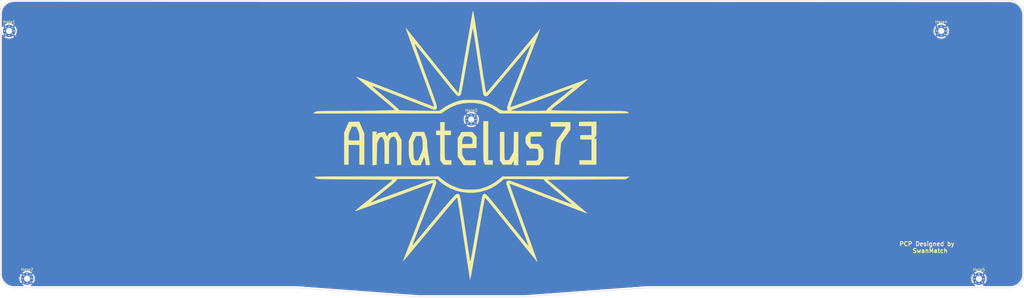
<source format=kicad_pcb>
(kicad_pcb (version 20171130) (host pcbnew 5.0.2-bee76a0~70~ubuntu18.04.1)

  (general
    (thickness 1.6)
    (drawings 15)
    (tracks 0)
    (zones 0)
    (modules 7)
    (nets 2)
  )

  (page A3)
  (layers
    (0 F.Cu signal)
    (31 B.Cu signal)
    (32 B.Adhes user)
    (33 F.Adhes user)
    (34 B.Paste user)
    (35 F.Paste user)
    (36 B.SilkS user)
    (37 F.SilkS user)
    (38 B.Mask user)
    (39 F.Mask user)
    (40 Dwgs.User user hide)
    (41 Cmts.User user)
    (42 Eco1.User user)
    (43 Eco2.User user)
    (44 Edge.Cuts user)
    (45 Margin user)
    (46 B.CrtYd user hide)
    (47 F.CrtYd user hide)
    (48 B.Fab user)
    (49 F.Fab user hide)
  )

  (setup
    (last_trace_width 0.25)
    (trace_clearance 0.2)
    (zone_clearance 0.508)
    (zone_45_only no)
    (trace_min 0.2)
    (segment_width 0.2)
    (edge_width 0.15)
    (via_size 0.8)
    (via_drill 0.4)
    (via_min_size 0.4)
    (via_min_drill 0.3)
    (uvia_size 0.3)
    (uvia_drill 0.1)
    (uvias_allowed no)
    (uvia_min_size 0.2)
    (uvia_min_drill 0.1)
    (pcb_text_width 0.3)
    (pcb_text_size 1.5 1.5)
    (mod_edge_width 0.15)
    (mod_text_size 1 1)
    (mod_text_width 0.15)
    (pad_size 3.47 3.47)
    (pad_drill 2.2)
    (pad_to_mask_clearance 0.051)
    (solder_mask_min_width 0.25)
    (aux_axis_origin 19.05 23.8125)
    (visible_elements FFFFFF7F)
    (pcbplotparams
      (layerselection 0x010fc_ffffffff)
      (usegerberextensions false)
      (usegerberattributes false)
      (usegerberadvancedattributes false)
      (creategerberjobfile false)
      (excludeedgelayer true)
      (linewidth 0.100000)
      (plotframeref false)
      (viasonmask false)
      (mode 1)
      (useauxorigin false)
      (hpglpennumber 1)
      (hpglpenspeed 20)
      (hpglpendiameter 15.000000)
      (psnegative false)
      (psa4output false)
      (plotreference true)
      (plotvalue true)
      (plotinvisibletext false)
      (padsonsilk false)
      (subtractmaskfromsilk false)
      (outputformat 1)
      (mirror false)
      (drillshape 1)
      (scaleselection 1)
      (outputdirectory ""))
  )

  (net 0 "")
  (net 1 GND)

  (net_class Default "これはデフォルトのネット クラスです。"
    (clearance 0.2)
    (trace_width 0.25)
    (via_dia 0.8)
    (via_drill 0.4)
    (uvia_dia 0.3)
    (uvia_drill 0.1)
  )

  (net_class PWR ""
    (clearance 0.2)
    (trace_width 0.4)
    (via_dia 0.8)
    (via_drill 0.4)
    (uvia_dia 0.3)
    (uvia_drill 0.1)
    (add_net GND)
  )

  (module Mounting_Holes:MountingHole_2.2mm_M2_Pad_Via (layer F.Cu) (tedit 56DDB9C7) (tstamp 5E3EFE43)
    (at 28.575 122.174)
    (descr "Mounting Hole 2.2mm, M2")
    (tags "mounting hole 2.2mm m2")
    (attr virtual)
    (fp_text reference Hole2 (at 0 -3.2) (layer F.SilkS)
      (effects (font (size 1 1) (thickness 0.15)))
    )
    (fp_text value Val** (at 0 3.2) (layer F.Fab)
      (effects (font (size 1 1) (thickness 0.15)))
    )
    (fp_text user %R (at 0.3 0) (layer F.Fab)
      (effects (font (size 1 1) (thickness 0.15)))
    )
    (fp_circle (center 0 0) (end 2.2 0) (layer Cmts.User) (width 0.15))
    (fp_circle (center 0 0) (end 2.45 0) (layer F.CrtYd) (width 0.05))
    (pad 1 thru_hole circle (at 0 0) (size 4.4 4.4) (drill 2.2) (layers *.Cu *.Mask)
      (net 1 GND))
    (pad 1 thru_hole circle (at 1.65 0) (size 0.7 0.7) (drill 0.4) (layers *.Cu *.Mask)
      (net 1 GND))
    (pad 1 thru_hole circle (at 1.166726 1.166726) (size 0.7 0.7) (drill 0.4) (layers *.Cu *.Mask)
      (net 1 GND))
    (pad 1 thru_hole circle (at 0 1.65) (size 0.7 0.7) (drill 0.4) (layers *.Cu *.Mask)
      (net 1 GND))
    (pad 1 thru_hole circle (at -1.166726 1.166726) (size 0.7 0.7) (drill 0.4) (layers *.Cu *.Mask)
      (net 1 GND))
    (pad 1 thru_hole circle (at -1.65 0) (size 0.7 0.7) (drill 0.4) (layers *.Cu *.Mask)
      (net 1 GND))
    (pad 1 thru_hole circle (at -1.166726 -1.166726) (size 0.7 0.7) (drill 0.4) (layers *.Cu *.Mask)
      (net 1 GND))
    (pad 1 thru_hole circle (at 0 -1.65) (size 0.7 0.7) (drill 0.4) (layers *.Cu *.Mask)
      (net 1 GND))
    (pad 1 thru_hole circle (at 1.166726 -1.166726) (size 0.7 0.7) (drill 0.4) (layers *.Cu *.Mask)
      (net 1 GND))
  )

  (module Mounting_Holes:MountingHole_2.2mm_M2_Pad_Via (layer F.Cu) (tedit 56DDB9C7) (tstamp 5E3F2663)
    (at 365.125 122.238)
    (descr "Mounting Hole 2.2mm, M2")
    (tags "mounting hole 2.2mm m2")
    (attr virtual)
    (fp_text reference Hole5 (at 0 -3.2) (layer F.SilkS)
      (effects (font (size 1 1) (thickness 0.15)))
    )
    (fp_text value Val** (at 0 3.2) (layer F.Fab)
      (effects (font (size 1 1) (thickness 0.15)))
    )
    (fp_text user %R (at 0.3 0) (layer F.Fab)
      (effects (font (size 1 1) (thickness 0.15)))
    )
    (fp_circle (center 0 0) (end 2.2 0) (layer Cmts.User) (width 0.15))
    (fp_circle (center 0 0) (end 2.45 0) (layer F.CrtYd) (width 0.05))
    (pad 1 thru_hole circle (at 0 0) (size 4.4 4.4) (drill 2.2) (layers *.Cu *.Mask)
      (net 1 GND))
    (pad 1 thru_hole circle (at 1.65 0) (size 0.7 0.7) (drill 0.4) (layers *.Cu *.Mask)
      (net 1 GND))
    (pad 1 thru_hole circle (at 1.166726 1.166726) (size 0.7 0.7) (drill 0.4) (layers *.Cu *.Mask)
      (net 1 GND))
    (pad 1 thru_hole circle (at 0 1.65) (size 0.7 0.7) (drill 0.4) (layers *.Cu *.Mask)
      (net 1 GND))
    (pad 1 thru_hole circle (at -1.166726 1.166726) (size 0.7 0.7) (drill 0.4) (layers *.Cu *.Mask)
      (net 1 GND))
    (pad 1 thru_hole circle (at -1.65 0) (size 0.7 0.7) (drill 0.4) (layers *.Cu *.Mask)
      (net 1 GND))
    (pad 1 thru_hole circle (at -1.166726 -1.166726) (size 0.7 0.7) (drill 0.4) (layers *.Cu *.Mask)
      (net 1 GND))
    (pad 1 thru_hole circle (at 0 -1.65) (size 0.7 0.7) (drill 0.4) (layers *.Cu *.Mask)
      (net 1 GND))
    (pad 1 thru_hole circle (at 1.166726 -1.166726) (size 0.7 0.7) (drill 0.4) (layers *.Cu *.Mask)
      (net 1 GND))
  )

  (module Mounting_Holes:MountingHole_2.2mm_M2_Pad_Via (layer F.Cu) (tedit 56DDB9C7) (tstamp 5E42C460)
    (at 22.225 34.6075)
    (descr "Mounting Hole 2.2mm, M2")
    (tags "mounting hole 2.2mm m2")
    (attr virtual)
    (fp_text reference Hole1 (at 0 -3.2) (layer F.SilkS)
      (effects (font (size 1 1) (thickness 0.15)))
    )
    (fp_text value Val** (at 0 3.2) (layer F.Fab)
      (effects (font (size 1 1) (thickness 0.15)))
    )
    (fp_text user %R (at 0.3 0) (layer F.Fab)
      (effects (font (size 1 1) (thickness 0.15)))
    )
    (fp_circle (center 0 0) (end 2.2 0) (layer Cmts.User) (width 0.15))
    (fp_circle (center 0 0) (end 2.45 0) (layer F.CrtYd) (width 0.05))
    (pad 1 thru_hole circle (at 0 0) (size 4.4 4.4) (drill 2.2) (layers *.Cu *.Mask)
      (net 1 GND))
    (pad 1 thru_hole circle (at 1.65 0) (size 0.7 0.7) (drill 0.4) (layers *.Cu *.Mask)
      (net 1 GND))
    (pad 1 thru_hole circle (at 1.166726 1.166726) (size 0.7 0.7) (drill 0.4) (layers *.Cu *.Mask)
      (net 1 GND))
    (pad 1 thru_hole circle (at 0 1.65) (size 0.7 0.7) (drill 0.4) (layers *.Cu *.Mask)
      (net 1 GND))
    (pad 1 thru_hole circle (at -1.166726 1.166726) (size 0.7 0.7) (drill 0.4) (layers *.Cu *.Mask)
      (net 1 GND))
    (pad 1 thru_hole circle (at -1.65 0) (size 0.7 0.7) (drill 0.4) (layers *.Cu *.Mask)
      (net 1 GND))
    (pad 1 thru_hole circle (at -1.166726 -1.166726) (size 0.7 0.7) (drill 0.4) (layers *.Cu *.Mask)
      (net 1 GND))
    (pad 1 thru_hole circle (at 0 -1.65) (size 0.7 0.7) (drill 0.4) (layers *.Cu *.Mask)
      (net 1 GND))
    (pad 1 thru_hole circle (at 1.166726 -1.166726) (size 0.7 0.7) (drill 0.4) (layers *.Cu *.Mask)
      (net 1 GND))
  )

  (module Mounting_Holes:MountingHole_2.2mm_M2_Pad_Via (layer F.Cu) (tedit 56DDB9C7) (tstamp 5E42D10C)
    (at 185.61 65.913)
    (descr "Mounting Hole 2.2mm, M2")
    (tags "mounting hole 2.2mm m2")
    (attr virtual)
    (fp_text reference Hole3 (at 0 -3.2) (layer F.SilkS)
      (effects (font (size 1 1) (thickness 0.15)))
    )
    (fp_text value Val** (at 0 3.2) (layer F.Fab)
      (effects (font (size 1 1) (thickness 0.15)))
    )
    (fp_text user %R (at 0.3 0) (layer F.Fab)
      (effects (font (size 1 1) (thickness 0.15)))
    )
    (fp_circle (center 0 0) (end 2.2 0) (layer Cmts.User) (width 0.15))
    (fp_circle (center 0 0) (end 2.45 0) (layer F.CrtYd) (width 0.05))
    (pad 1 thru_hole circle (at 0 0) (size 4.4 4.4) (drill 2.2) (layers *.Cu *.Mask)
      (net 1 GND))
    (pad 1 thru_hole circle (at 1.65 0) (size 0.7 0.7) (drill 0.4) (layers *.Cu *.Mask)
      (net 1 GND))
    (pad 1 thru_hole circle (at 1.166726 1.166726) (size 0.7 0.7) (drill 0.4) (layers *.Cu *.Mask)
      (net 1 GND))
    (pad 1 thru_hole circle (at 0 1.65) (size 0.7 0.7) (drill 0.4) (layers *.Cu *.Mask)
      (net 1 GND))
    (pad 1 thru_hole circle (at -1.166726 1.166726) (size 0.7 0.7) (drill 0.4) (layers *.Cu *.Mask)
      (net 1 GND))
    (pad 1 thru_hole circle (at -1.65 0) (size 0.7 0.7) (drill 0.4) (layers *.Cu *.Mask)
      (net 1 GND))
    (pad 1 thru_hole circle (at -1.166726 -1.166726) (size 0.7 0.7) (drill 0.4) (layers *.Cu *.Mask)
      (net 1 GND))
    (pad 1 thru_hole circle (at 0 -1.65) (size 0.7 0.7) (drill 0.4) (layers *.Cu *.Mask)
      (net 1 GND))
    (pad 1 thru_hole circle (at 1.166726 -1.166726) (size 0.7 0.7) (drill 0.4) (layers *.Cu *.Mask)
      (net 1 GND))
  )

  (module Mounting_Holes:MountingHole_2.2mm_M2_Pad_Via (layer F.Cu) (tedit 56DDB9C7) (tstamp 5E42C460)
    (at 351.79 34.6075)
    (descr "Mounting Hole 2.2mm, M2")
    (tags "mounting hole 2.2mm m2")
    (attr virtual)
    (fp_text reference Hole4 (at 0 -3.2) (layer F.SilkS)
      (effects (font (size 1 1) (thickness 0.15)))
    )
    (fp_text value Val** (at 0 3.2) (layer F.Fab)
      (effects (font (size 1 1) (thickness 0.15)))
    )
    (fp_text user %R (at 0.3 0) (layer F.Fab)
      (effects (font (size 1 1) (thickness 0.15)))
    )
    (fp_circle (center 0 0) (end 2.2 0) (layer Cmts.User) (width 0.15))
    (fp_circle (center 0 0) (end 2.45 0) (layer F.CrtYd) (width 0.05))
    (pad 1 thru_hole circle (at 0 0) (size 4.4 4.4) (drill 2.2) (layers *.Cu *.Mask)
      (net 1 GND))
    (pad 1 thru_hole circle (at 1.65 0) (size 0.7 0.7) (drill 0.4) (layers *.Cu *.Mask)
      (net 1 GND))
    (pad 1 thru_hole circle (at 1.166726 1.166726) (size 0.7 0.7) (drill 0.4) (layers *.Cu *.Mask)
      (net 1 GND))
    (pad 1 thru_hole circle (at 0 1.65) (size 0.7 0.7) (drill 0.4) (layers *.Cu *.Mask)
      (net 1 GND))
    (pad 1 thru_hole circle (at -1.166726 1.166726) (size 0.7 0.7) (drill 0.4) (layers *.Cu *.Mask)
      (net 1 GND))
    (pad 1 thru_hole circle (at -1.65 0) (size 0.7 0.7) (drill 0.4) (layers *.Cu *.Mask)
      (net 1 GND))
    (pad 1 thru_hole circle (at -1.166726 -1.166726) (size 0.7 0.7) (drill 0.4) (layers *.Cu *.Mask)
      (net 1 GND))
    (pad 1 thru_hole circle (at 0 -1.65) (size 0.7 0.7) (drill 0.4) (layers *.Cu *.Mask)
      (net 1 GND))
    (pad 1 thru_hole circle (at 1.166726 -1.166726) (size 0.7 0.7) (drill 0.4) (layers *.Cu *.Mask)
      (net 1 GND))
  )

  (module bottom:amatelus73 (layer F.Cu) (tedit 0) (tstamp 5E4C254C)
    (at 186.69 74.295)
    (fp_text reference G*** (at 0 0) (layer F.SilkS) hide
      (effects (font (size 1.524 1.524) (thickness 0.3)))
    )
    (fp_text value LOGO (at 0.75 0) (layer F.SilkS) hide
      (effects (font (size 1.524 1.524) (thickness 0.3)))
    )
    (fp_poly (pts (xy -0.389719 -46.797636) (xy -0.351273 -46.629786) (xy -0.269886 -46.175901) (xy -0.149915 -45.463903)
      (xy 0.004284 -44.521711) (xy 0.188357 -43.37725) (xy 0.397947 -42.05844) (xy 0.628699 -40.593203)
      (xy 0.876256 -39.009461) (xy 1.136263 -37.335136) (xy 1.404365 -35.598149) (xy 1.676205 -33.826422)
      (xy 1.947428 -32.047878) (xy 2.213678 -30.290437) (xy 2.470599 -28.582022) (xy 2.713836 -26.950555)
      (xy 2.84922 -26.035) (xy 3.136021 -24.111011) (xy 3.393976 -22.426198) (xy 3.621089 -20.992479)
      (xy 3.815361 -19.821774) (xy 3.974795 -18.925999) (xy 4.097394 -18.317076) (xy 4.18116 -18.006921)
      (xy 4.200583 -17.971501) (xy 4.363933 -18.001891) (xy 4.597055 -18.170817) (xy 4.742987 -18.332351)
      (xy 5.076994 -18.720179) (xy 5.584119 -19.316499) (xy 6.249404 -20.103506) (xy 7.057891 -21.063397)
      (xy 7.994623 -22.178368) (xy 9.044642 -23.430616) (xy 10.192992 -24.802337) (xy 11.424713 -26.275728)
      (xy 12.72485 -27.832984) (xy 14.078444 -29.456302) (xy 14.07977 -29.457893) (xy 15.426059 -31.072578)
      (xy 16.713615 -32.615122) (xy 17.928061 -34.068396) (xy 19.055016 -35.415268) (xy 20.0801 -36.638612)
      (xy 20.988934 -37.721295) (xy 21.767139 -38.64619) (xy 22.400335 -39.396166) (xy 22.874142 -39.954094)
      (xy 23.17418 -40.302844) (xy 23.286071 -40.425287) (xy 23.286415 -40.425252) (xy 23.250479 -40.260103)
      (xy 23.105639 -39.821914) (xy 22.860199 -39.132718) (xy 22.522461 -38.214547) (xy 22.100728 -37.089436)
      (xy 21.603303 -35.779418) (xy 21.038488 -34.306526) (xy 20.414586 -32.692794) (xy 19.739901 -30.960256)
      (xy 19.20977 -29.606875) (xy 18.929118 -28.890981) (xy 18.550785 -27.9242) (xy 18.092319 -26.751498)
      (xy 17.571269 -25.417841) (xy 17.005185 -23.968194) (xy 16.411615 -22.447523) (xy 15.808109 -20.900792)
      (xy 15.212214 -19.372968) (xy 14.64148 -17.909016) (xy 14.113456 -16.553901) (xy 13.64569 -15.352589)
      (xy 13.335386 -14.554946) (xy 13.078536 -13.87489) (xy 12.879504 -13.310081) (xy 12.758758 -12.921371)
      (xy 12.735175 -12.770659) (xy 12.870544 -12.792057) (xy 13.236956 -12.901979) (xy 13.841063 -13.102815)
      (xy 14.68952 -13.396956) (xy 15.78898 -13.786793) (xy 17.146096 -14.274717) (xy 18.767523 -14.863119)
      (xy 20.659912 -15.55439) (xy 22.829919 -16.35092) (xy 25.284196 -17.255102) (xy 27.78125 -18.177548)
      (xy 28.996096 -18.626158) (xy 30.28624 -19.101429) (xy 31.56611 -19.571917) (xy 32.750137 -20.006178)
      (xy 33.75275 -20.372767) (xy 34.051875 -20.48178) (xy 35.064098 -20.851911) (xy 36.133157 -21.245659)
      (xy 37.154991 -21.624518) (xy 38.025539 -21.949983) (xy 38.318235 -22.060437) (xy 39.011399 -22.314298)
      (xy 39.599127 -22.513164) (xy 40.016615 -22.636192) (xy 40.195475 -22.664217) (xy 40.125482 -22.553839)
      (xy 39.84445 -22.274976) (xy 39.388466 -21.858484) (xy 38.793616 -21.335218) (xy 38.095985 -20.736033)
      (xy 37.331659 -20.091783) (xy 36.536724 -19.433323) (xy 35.747266 -18.791509) (xy 34.999371 -18.197194)
      (xy 34.687113 -17.954335) (xy 34.000333 -17.409106) (xy 33.2363 -16.779203) (xy 32.552032 -16.194248)
      (xy 32.506545 -16.15425) (xy 31.961202 -15.681749) (xy 31.446791 -15.2503) (xy 31.051776 -14.93368)
      (xy 30.965039 -14.868665) (xy 30.349231 -14.413114) (xy 29.669236 -13.896467) (xy 28.980421 -13.36239)
      (xy 28.338153 -12.85455) (xy 27.797798 -12.416614) (xy 27.414722 -12.092248) (xy 27.263668 -11.949474)
      (xy 27.182214 -11.849643) (xy 27.16466 -11.772581) (xy 27.246438 -11.713863) (xy 27.462977 -11.669063)
      (xy 27.849706 -11.633755) (xy 28.442057 -11.603512) (xy 29.275459 -11.573908) (xy 30.385342 -11.540516)
      (xy 30.583386 -11.534746) (xy 31.418968 -11.515315) (xy 32.5295 -11.497053) (xy 33.872431 -11.480297)
      (xy 35.405213 -11.465382) (xy 37.085294 -11.452645) (xy 38.870127 -11.442421) (xy 40.71716 -11.435047)
      (xy 42.583846 -11.430858) (xy 43.848538 -11.43) (xy 45.894369 -11.429752) (xy 47.646917 -11.42795)
      (xy 49.130398 -11.423009) (xy 50.369029 -11.413344) (xy 51.387027 -11.397369) (xy 52.208608 -11.373499)
      (xy 52.857989 -11.340149) (xy 53.359387 -11.295733) (xy 53.737019 -11.238667) (xy 54.0151 -11.167365)
      (xy 54.217849 -11.080242) (xy 54.369481 -10.975711) (xy 54.494214 -10.852189) (xy 54.601312 -10.726093)
      (xy 54.609144 -10.691769) (xy 54.56297 -10.660724) (xy 54.447969 -10.632798) (xy 54.249317 -10.607827)
      (xy 53.952192 -10.585649) (xy 53.54177 -10.566101) (xy 53.003228 -10.549022) (xy 52.321743 -10.534249)
      (xy 51.482493 -10.521619) (xy 50.470653 -10.510971) (xy 49.271402 -10.502142) (xy 47.869916 -10.494969)
      (xy 46.251372 -10.489291) (xy 44.400947 -10.484945) (xy 42.303818 -10.481768) (xy 39.945163 -10.479598)
      (xy 37.310157 -10.478274) (xy 34.383978 -10.477632) (xy 31.902925 -10.477501) (xy 8.998225 -10.4775)
      (xy 8.19005 -11.087447) (xy 6.311151 -12.319595) (xy 4.338319 -13.249337) (xy 2.266541 -13.878191)
      (xy 0.090802 -14.207677) (xy -2.193912 -14.239314) (xy -2.209313 -14.23854) (xy -4.240435 -14.018953)
      (xy -6.132302 -13.561213) (xy -7.945118 -12.844245) (xy -9.739083 -11.846973) (xy -10.51209 -11.332018)
      (xy -11.737304 -10.4775) (xy -56.903056 -10.4775) (xy -56.574243 -10.806314) (xy -56.198845 -11.061039)
      (xy -55.704995 -11.258565) (xy -55.626153 -11.278776) (xy -55.341637 -11.308575) (xy -54.774835 -11.33646)
      (xy -53.960957 -11.361767) (xy -52.935214 -11.383835) (xy -51.732818 -11.402001) (xy -50.388978 -11.4156)
      (xy -48.938905 -11.423971) (xy -47.78375 -11.42643) (xy -45.695227 -11.430181) (xy -43.61552 -11.438841)
      (xy -41.568502 -11.451995) (xy -39.578046 -11.469225) (xy -37.668026 -11.490115) (xy -35.862314 -11.514246)
      (xy -34.184784 -11.541202) (xy -32.659309 -11.570566) (xy -31.309761 -11.60192) (xy -30.160015 -11.634848)
      (xy -29.233942 -11.668932) (xy -28.555416 -11.703755) (xy -28.14831 -11.7389) (xy -28.034217 -11.771515)
      (xy -28.170934 -11.900541) (xy -28.523479 -12.208814) (xy -29.06371 -12.672397) (xy -29.763481 -13.267353)
      (xy -30.59465 -13.969744) (xy -31.529073 -14.755633) (xy -32.433017 -15.512821) (xy -34.290787 -17.067216)
      (xy -35.914617 -18.42839) (xy -37.315218 -19.60549) (xy -38.08673 -20.256277) (xy -36.311641 -20.256277)
      (xy -36.207918 -20.144396) (xy -35.885622 -19.851682) (xy -35.370395 -19.400192) (xy -34.687877 -18.811986)
      (xy -33.863712 -18.109122) (xy -32.923539 -17.313661) (xy -31.893001 -16.44766) (xy -31.580588 -16.186212)
      (xy -30.52059 -15.294315) (xy -29.538035 -14.456722) (xy -28.659678 -13.697057) (xy -27.912273 -13.038942)
      (xy -27.322575 -12.505999) (xy -26.917336 -12.121851) (xy -26.723311 -11.910122) (xy -26.710808 -11.886403)
      (xy -26.700418 -11.828445) (xy -26.68708 -11.778452) (xy -26.648727 -11.735588) (xy -26.563294 -11.699018)
      (xy -26.408715 -11.667905) (xy -26.162924 -11.641413) (xy -25.803855 -11.618707) (xy -25.309442 -11.59895)
      (xy -24.657619 -11.581307) (xy -23.82632 -11.564941) (xy -22.79348 -11.549016) (xy -21.537033 -11.532697)
      (xy -20.034912 -11.515147) (xy -18.265052 -11.495531) (xy -16.205386 -11.473012) (xy -15.633476 -11.466731)
      (xy -12.296327 -11.43) (xy -11.188476 -12.244374) (xy -9.957653 -13.0431) (xy -8.523726 -13.797953)
      (xy -7.000875 -14.453376) (xy -5.794375 -14.869067) (xy -5.270727 -15.021649) (xy -4.814401 -15.133449)
      (xy -4.360611 -15.210766) (xy -3.844573 -15.259896) (xy -3.201502 -15.287137) (xy -2.366614 -15.298786)
      (xy -1.349375 -15.301148) (xy -0.274176 -15.298359) (xy 0.548418 -15.285813) (xy 1.183285 -15.257237)
      (xy 1.695301 -15.206361) (xy 2.149341 -15.126914) (xy 2.610283 -15.012626) (xy 3.095625 -14.871495)
      (xy 4.365071 -14.428343) (xy 5.682557 -13.861004) (xy 6.94024 -13.221507) (xy 8.030273 -12.561886)
      (xy 8.354302 -12.33436) (xy 9.254614 -11.786232) (xy 10.133275 -11.511486) (xy 11.080123 -11.486221)
      (xy 11.397596 -11.524717) (xy 11.523557 -11.549063) (xy 13.018653 -11.549063) (xy 13.171506 -11.522938)
      (xy 13.608048 -11.498794) (xy 14.294472 -11.477275) (xy 15.196967 -11.459021) (xy 16.281728 -11.444674)
      (xy 17.514945 -11.434878) (xy 18.86281 -11.430273) (xy 19.288125 -11.43) (xy 20.900761 -11.431597)
      (xy 22.222451 -11.436998) (xy 23.279737 -11.447119) (xy 24.099159 -11.462876) (xy 24.707258 -11.485185)
      (xy 25.130576 -11.514962) (xy 25.395654 -11.553122) (xy 25.529032 -11.600583) (xy 25.55875 -11.646402)
      (xy 25.603836 -11.7829) (xy 25.751678 -11.984714) (xy 26.021151 -12.26839) (xy 26.431133 -12.650475)
      (xy 27.000499 -13.147516) (xy 27.748124 -13.776058) (xy 28.692886 -14.552649) (xy 29.853658 -15.493835)
      (xy 30.999517 -16.415764) (xy 31.956191 -17.186532) (xy 32.825449 -17.892582) (xy 33.578303 -18.509916)
      (xy 34.185767 -19.014539) (xy 34.618854 -19.382452) (xy 34.848578 -19.589659) (xy 34.877745 -19.626422)
      (xy 34.718388 -19.592641) (xy 34.313309 -19.464137) (xy 33.713815 -19.258345) (xy 32.971214 -18.992698)
      (xy 32.453227 -18.802545) (xy 30.235137 -17.981047) (xy 28.062439 -17.177255) (xy 25.960172 -16.400384)
      (xy 23.953372 -15.659652) (xy 22.067075 -14.964272) (xy 20.326318 -14.323463) (xy 18.756137 -13.746439)
      (xy 17.38157 -13.242416) (xy 16.227653 -12.820611) (xy 15.319422 -12.49024) (xy 14.681915 -12.260517)
      (xy 14.64584 -12.247648) (xy 13.987267 -12.002706) (xy 13.456517 -11.78585) (xy 13.114822 -11.623365)
      (xy 13.018653 -11.549063) (xy 11.523557 -11.549063) (xy 11.811375 -11.604693) (xy 11.941652 -11.68716)
      (xy 11.848509 -11.776658) (xy 11.708237 -11.881265) (xy 11.616784 -12.031171) (xy 11.581606 -12.252808)
      (xy 11.610159 -12.572611) (xy 11.709899 -13.017015) (xy 11.888282 -13.612454) (xy 12.152763 -14.385362)
      (xy 12.510799 -15.362173) (xy 12.969845 -16.569322) (xy 13.537358 -18.033243) (xy 13.810431 -18.7325)
      (xy 14.264648 -19.895244) (xy 14.730069 -21.088938) (xy 15.178348 -22.240713) (xy 15.581134 -23.277697)
      (xy 15.910078 -24.127021) (xy 16.03375 -24.4475) (xy 16.449941 -25.525714) (xy 16.902552 -26.694383)
      (xy 17.375237 -27.911659) (xy 17.851648 -29.135698) (xy 18.315438 -30.324653) (xy 18.75026 -31.436676)
      (xy 19.139766 -32.429923) (xy 19.46761 -33.262547) (xy 19.717444 -33.8927) (xy 19.872922 -34.278538)
      (xy 19.894191 -34.329688) (xy 20.035294 -34.698699) (xy 20.08722 -34.907495) (xy 20.078628 -34.925)
      (xy 19.968426 -34.806331) (xy 19.67134 -34.463331) (xy 19.203826 -33.915512) (xy 18.582341 -33.182385)
      (xy 17.823341 -32.283462) (xy 16.943283 -31.238255) (xy 15.958621 -30.066274) (xy 14.885814 -28.787032)
      (xy 13.741317 -27.420039) (xy 12.881931 -26.392188) (xy 11.677724 -24.952215) (xy 10.519534 -23.569395)
      (xy 9.42558 -22.265349) (xy 8.414083 -21.061699) (xy 7.503265 -19.980066) (xy 6.711346 -19.042072)
      (xy 6.056546 -18.269338) (xy 5.557087 -17.683486) (xy 5.231188 -17.306139) (xy 5.122713 -17.184688)
      (xy 4.611445 -16.720618) (xy 4.175675 -16.534816) (xy 3.763742 -16.614625) (xy 3.502734 -16.787813)
      (xy 3.433815 -16.840449) (xy 3.373153 -16.891997) (xy 3.31695 -16.963779) (xy 3.261412 -17.077118)
      (xy 3.202741 -17.253338) (xy 3.137141 -17.513761) (xy 3.060817 -17.879709) (xy 2.969971 -18.372507)
      (xy 2.860807 -19.013476) (xy 2.72953 -19.82394) (xy 2.572343 -20.825222) (xy 2.38545 -22.038644)
      (xy 2.165053 -23.485529) (xy 1.907358 -25.187201) (xy 1.608568 -27.164982) (xy 1.347645 -28.8925)
      (xy 0.989489 -31.257716) (xy 0.675113 -33.32189) (xy 0.402423 -35.098147) (xy 0.169324 -36.599614)
      (xy -0.026279 -37.839416) (xy -0.186479 -38.830679) (xy -0.313372 -39.58653) (xy -0.409053 -40.120094)
      (xy -0.475614 -40.444497) (xy -0.515152 -40.572866) (xy -0.516476 -40.574393) (xy -0.558159 -40.442484)
      (xy -0.643539 -40.044507) (xy -0.763499 -39.427472) (xy -0.908921 -38.638386) (xy -1.070686 -37.724258)
      (xy -1.082449 -37.656438) (xy -1.26225 -36.619677) (xy -1.480861 -35.36115) (xy -1.722455 -33.971856)
      (xy -1.971204 -32.542794) (xy -2.211279 -31.164961) (xy -2.316892 -30.559375) (xy -2.554197 -29.19882)
      (xy -2.827689 -27.630251) (xy -3.119104 -25.958455) (xy -3.410178 -24.288214) (xy -3.682649 -22.724312)
      (xy -3.823765 -21.914128) (xy -4.034416 -20.738563) (xy -4.24045 -19.651536) (xy -4.432764 -18.696392)
      (xy -4.602255 -17.916476) (xy -4.73982 -17.355133) (xy -4.836358 -17.055707) (xy -4.848939 -17.032566)
      (xy -5.224046 -16.724175) (xy -5.547902 -16.66875) (xy -5.823649 -16.717919) (xy -6.121389 -16.894685)
      (xy -6.498755 -17.242939) (xy -6.955027 -17.740313) (xy -7.145293 -17.955526) (xy -7.3157 -18.148935)
      (xy -7.481211 -18.339041) (xy -7.656792 -18.544348) (xy -7.857406 -18.783358) (xy -8.098015 -19.074573)
      (xy -8.393585 -19.436496) (xy -8.759079 -19.88763) (xy -9.20946 -20.446477) (xy -9.759692 -21.13154)
      (xy -10.424739 -21.961321) (xy -11.219564 -22.954323) (xy -12.159132 -24.129048) (xy -13.258406 -25.503999)
      (xy -14.53235 -27.097679) (xy -15.356483 -28.128669) (xy -16.397134 -29.428242) (xy -17.378091 -30.648887)
      (xy -18.281631 -31.768846) (xy -19.090033 -32.766362) (xy -19.785574 -33.619676) (xy -20.350532 -34.307033)
      (xy -20.767184 -34.806673) (xy -21.017808 -35.096841) (xy -21.086752 -35.163666) (xy -21.065033 -35.037383)
      (xy -20.959376 -34.69094) (xy -20.766585 -34.11538) (xy -20.483468 -33.30175) (xy -20.106831 -32.241095)
      (xy -19.63348 -30.92446) (xy -19.060221 -29.342892) (xy -18.38386 -27.487436) (xy -17.601205 -25.349137)
      (xy -17.066484 -23.891875) (xy -16.529808 -22.429774) (xy -16.081676 -21.206806) (xy -15.70083 -20.164198)
      (xy -15.366011 -19.243175) (xy -15.055962 -18.384961) (xy -14.749424 -17.530783) (xy -14.42514 -16.621866)
      (xy -14.06185 -15.599434) (xy -13.793658 -14.843125) (xy -13.468936 -13.869567) (xy -13.27978 -13.140199)
      (xy -13.223877 -12.613213) (xy -13.298912 -12.246801) (xy -13.502572 -11.999155) (xy -13.631718 -11.917373)
      (xy -13.727776 -11.866951) (xy -13.826532 -11.830644) (xy -13.951193 -11.816408) (xy -14.124962 -11.832202)
      (xy -14.371047 -11.885984) (xy -14.712652 -11.985711) (xy -15.172982 -12.139342) (xy -15.775244 -12.354834)
      (xy -16.542642 -12.640145) (xy -17.498381 -13.003234) (xy -18.665668 -13.452057) (xy -20.067708 -13.994573)
      (xy -21.727706 -14.63874) (xy -22.939375 -15.109262) (xy -23.984491 -15.515869) (xy -25.072373 -15.940438)
      (xy -26.112548 -16.347572) (xy -27.014544 -16.701871) (xy -27.543125 -16.910515) (xy -29.355443 -17.626179)
      (xy -30.995704 -18.269603) (xy -32.447217 -18.834417) (xy -33.693288 -19.314252) (xy -34.717225 -19.702739)
      (xy -35.502336 -19.993509) (xy -36.03193 -20.180192) (xy -36.289313 -20.25642) (xy -36.311641 -20.256277)
      (xy -38.08673 -20.256277) (xy -38.503301 -20.607663) (xy -39.489575 -21.444057) (xy -40.284749 -22.123819)
      (xy -40.899535 -22.656097) (xy -41.344641 -23.050037) (xy -41.630778 -23.314789) (xy -41.768656 -23.459498)
      (xy -41.778646 -23.495) (xy -41.641342 -23.458668) (xy -41.316767 -23.3474) (xy -40.796086 -23.157788)
      (xy -40.070461 -22.886424) (xy -39.131056 -22.529901) (xy -37.969033 -22.084811) (xy -36.575558 -21.547746)
      (xy -34.941792 -20.9153) (xy -33.0589 -20.184063) (xy -30.918045 -19.350628) (xy -28.51039 -18.411588)
      (xy -25.827098 -17.363535) (xy -22.859334 -16.203061) (xy -22.145625 -15.923822) (xy -20.662429 -15.345048)
      (xy -19.265103 -14.802838) (xy -17.981501 -14.307783) (xy -16.839474 -13.870477) (xy -15.866874 -13.501513)
      (xy -15.091555 -13.211482) (xy -14.541368 -13.010978) (xy -14.244166 -12.910593) (xy -14.198798 -12.901532)
      (xy -14.238212 -13.055623) (xy -14.367662 -13.445949) (xy -14.566202 -14.011274) (xy -14.781476 -14.605)
      (xy -15.065966 -15.380589) (xy -15.419118 -16.344998) (xy -15.800872 -17.388741) (xy -16.171167 -18.402336)
      (xy -16.262704 -18.653125) (xy -16.81724 -20.17235) (xy -17.441909 -21.883025) (xy -18.109011 -23.709334)
      (xy -18.79084 -25.575457) (xy -19.459693 -27.405578) (xy -20.087868 -29.123878) (xy -20.64766 -30.654538)
      (xy -20.874205 -31.27375) (xy -21.57325 -33.184846) (xy -22.17038 -34.818999) (xy -22.673205 -36.197278)
      (xy -23.089338 -37.340752) (xy -23.426388 -38.270488) (xy -23.691966 -39.007555) (xy -23.893685 -39.573022)
      (xy -24.039155 -39.987956) (xy -24.135988 -40.273425) (xy -24.191793 -40.450499) (xy -24.200485 -40.48125)
      (xy -24.308652 -40.878125) (xy -24.020889 -40.539013) (xy -23.880862 -40.367283) (xy -23.556874 -39.965981)
      (xy -23.063526 -39.353288) (xy -22.415418 -38.54738) (xy -21.62715 -37.566437) (xy -20.713322 -36.428637)
      (xy -19.688535 -35.152159) (xy -18.567388 -33.755181) (xy -17.364482 -32.255882) (xy -16.094416 -30.672441)
      (xy -14.777086 -29.029638) (xy -13.459566 -27.387602) (xy -12.197573 -25.817137) (xy -11.005353 -24.335839)
      (xy -9.897155 -22.9613) (xy -8.887226 -21.711115) (xy -7.989814 -20.602878) (xy -7.219166 -19.654184)
      (xy -6.58953 -18.882627) (xy -6.115154 -18.3058) (xy -5.810285 -17.941297) (xy -5.68917 -17.806714)
      (xy -5.688648 -17.806459) (xy -5.558734 -17.831806) (xy -5.556251 -17.849256) (xy -5.529665 -18.032273)
      (xy -5.453415 -18.49756) (xy -5.332761 -19.214675) (xy -5.172963 -20.153175) (xy -4.979283 -21.282618)
      (xy -4.756981 -22.57256) (xy -4.511317 -23.99256) (xy -4.247552 -25.512175) (xy -3.970947 -27.100962)
      (xy -3.686761 -28.728479) (xy -3.400256 -30.364282) (xy -3.116692 -31.977929) (xy -3.017013 -32.54375)
      (xy -2.748934 -34.0694) (xy -2.458627 -35.730237) (xy -2.161216 -37.439151) (xy -1.871826 -39.10903)
      (xy -1.60558 -40.652764) (xy -1.377602 -41.983242) (xy -1.349499 -42.148125) (xy -1.118569 -43.500165)
      (xy -0.933563 -44.570282) (xy -0.788034 -45.389705) (xy -0.675536 -45.989663) (xy -0.589622 -46.401383)
      (xy -0.523847 -46.656094) (xy -0.471764 -46.785025) (xy -0.426926 -46.819405) (xy -0.389719 -46.797636)) (layer F.SilkS) (width 0.01))
    (fp_poly (pts (xy 43.18 -5.152211) (xy 43.178131 -4.213113) (xy 43.167292 -3.534502) (xy 43.139635 -3.059368)
      (xy 43.087311 -2.7307) (xy 43.002472 -2.491488) (xy 42.877268 -2.284722) (xy 42.764283 -2.132533)
      (xy 42.348566 -1.5875) (xy 43.18 -1.5875) (xy 43.18 7.62) (xy 37.1475 7.62)
      (xy 37.1475 6.0325) (xy 41.43375 6.0325) (xy 41.43375 -1.27) (xy 37.465 -1.27)
      (xy 37.465 -2.8575) (xy 41.43375 -2.8575) (xy 41.43375 -6.0325) (xy 36.971353 -6.0325)
      (xy 37.019739 -6.786563) (xy 37.068125 -7.540625) (xy 40.124062 -7.583741) (xy 43.18 -7.626856)
      (xy 43.18 -5.152211)) (layer F.SilkS) (width 0.01))
    (fp_poly (pts (xy 33.9725 -4.72971) (xy 32.410811 -2.563293) (xy 31.886573 -1.83407) (xy 31.425801 -1.189382)
      (xy 31.061392 -0.675553) (xy 30.826243 -0.338911) (xy 30.755174 -0.23178) (xy 30.714452 -0.029196)
      (xy 30.655773 0.439311) (xy 30.584374 1.123012) (xy 30.505495 1.971179) (xy 30.424373 2.933082)
      (xy 30.410918 3.10197) (xy 30.328723 4.120525) (xy 30.248557 5.074209) (xy 30.17586 5.901238)
      (xy 30.116075 6.539831) (xy 30.074642 6.928204) (xy 30.072453 6.945312) (xy 29.984295 7.62)
      (xy 29.200272 7.62) (xy 28.731884 7.605743) (xy 28.499536 7.537352) (xy 28.422159 7.376394)
      (xy 28.41625 7.248323) (xy 28.429545 6.954014) (xy 28.466385 6.4139) (xy 28.522201 5.680798)
      (xy 28.592427 4.807522) (xy 28.672492 3.846889) (xy 28.75783 2.851713) (xy 28.843871 1.87481)
      (xy 28.926049 0.968995) (xy 28.999793 0.187084) (xy 29.060537 -0.418107) (xy 29.103713 -0.793765)
      (xy 29.120134 -0.889675) (xy 29.230681 -1.071875) (xy 29.496249 -1.462687) (xy 29.883831 -2.014888)
      (xy 30.360416 -2.681255) (xy 30.704263 -3.155957) (xy 31.219085 -3.88181) (xy 31.659445 -4.538096)
      (xy 31.993321 -5.074227) (xy 32.18869 -5.439614) (xy 32.22625 -5.560345) (xy 32.210951 -5.67603)
      (xy 32.135076 -5.759108) (xy 31.953658 -5.814958) (xy 31.621729 -5.848962) (xy 31.09432 -5.866499)
      (xy 30.326464 -5.87295) (xy 29.606875 -5.87375) (xy 26.9875 -5.87375) (xy 26.9875 -7.46125)
      (xy 33.9725 -7.46125) (xy 33.9725 -4.72971)) (layer F.SilkS) (width 0.01))
    (fp_poly (pts (xy 4.92125 6.0325) (xy 6.50875 6.0325) (xy 6.50875 7.62) (xy 5.199062 7.618034)
      (xy 3.889375 7.616069) (xy 3.532187 7.064636) (xy 3.447681 6.929519) (xy 3.377681 6.789269)
      (xy 3.32082 6.614454) (xy 3.275732 6.37564) (xy 3.241052 6.043397) (xy 3.215415 5.588291)
      (xy 3.197453 4.980891) (xy 3.185802 4.191764) (xy 3.179095 3.191477) (xy 3.175968 1.950599)
      (xy 3.175054 0.439697) (xy 3.175 -0.632774) (xy 3.175 -7.77875) (xy 4.92125 -7.77875)
      (xy 4.92125 6.0325)) (layer F.SilkS) (width 0.01))
    (fp_poly (pts (xy -10.4775 -4.445) (xy -8.255 -4.445) (xy -8.255 -2.8575) (xy -10.4775 -2.8575)
      (xy -10.4775 1.280436) (xy -10.471065 2.615479) (xy -10.452408 3.748118) (xy -10.422507 4.651958)
      (xy -10.382336 5.300604) (xy -10.332872 5.66766) (xy -10.313165 5.725436) (xy -10.167111 5.897411)
      (xy -9.908105 5.991539) (xy -9.45509 6.028725) (xy -9.12254 6.0325) (xy -8.09625 6.0325)
      (xy -8.09625 7.62) (xy -10.926709 7.62) (xy -11.495855 6.844668) (xy -12.065 6.069337)
      (xy -12.065 -2.8575) (xy -13.49375 -2.8575) (xy -13.49375 -4.445) (xy -12.065 -4.445)
      (xy -12.065 -7.46125) (xy -10.4775 -7.46125) (xy -10.4775 -4.445)) (layer F.SilkS) (width 0.01))
    (fp_poly (pts (xy -38.886826 -3.413125) (xy -38.890288 2.103437) (xy -38.89375 7.62) (xy -40.64 7.62)
      (xy -40.64 0.635) (xy -44.45 0.635) (xy -44.45 7.62) (xy -46.0375 7.62)
      (xy -46.033972 1.944687) (xy -46.03139 -2.209271) (xy -44.451291 -2.209271) (xy -44.435635 -1.659652)
      (xy -44.395966 -1.243668) (xy -44.344167 -1.058334) (xy -44.151856 -1.016131) (xy -43.710243 -0.98192)
      (xy -43.087497 -0.959489) (xy -42.439167 -0.9525) (xy -40.64 -0.9525) (xy -40.64 -2.127797)
      (xy -40.664723 -2.819717) (xy -40.759782 -3.403128) (xy -40.956519 -4.020983) (xy -41.170752 -4.548735)
      (xy -41.701503 -5.794375) (xy -42.491756 -5.841375) (xy -43.28201 -5.888375) (xy -43.867296 -4.571375)
      (xy -44.173042 -3.836838) (xy -44.352299 -3.258177) (xy -44.434856 -2.714895) (xy -44.451291 -2.209271)
      (xy -46.03139 -2.209271) (xy -46.030444 -3.730625) (xy -45.198152 -5.635625) (xy -44.365859 -7.540625)
      (xy -42.532617 -7.585094) (xy -40.699374 -7.629563) (xy -38.886826 -3.413125)) (layer F.SilkS) (width 0.01))
    (fp_poly (pts (xy 23.8125 -2.391023) (xy 21.867812 -2.346449) (xy 19.923125 -2.301875) (xy 19.875858 -1.216024)
      (xy 19.877008 -0.546426) (xy 19.940596 -0.075893) (xy 20.014359 0.093664) (xy 20.24032 0.218664)
      (xy 20.691723 0.291086) (xy 21.410711 0.317183) (xy 21.522855 0.3175) (xy 22.845585 0.3175)
      (xy 23.646542 1.30739) (xy 24.4475 2.29728) (xy 24.4475 5.456306) (xy 23.693437 6.615478)
      (xy 22.939375 7.774649) (xy 20.677187 7.776699) (xy 18.415 7.77875) (xy 18.415 6.19125)
      (xy 20.310998 6.19125) (xy 21.227557 6.18321) (xy 21.873688 6.12991) (xy 22.296458 5.98758)
      (xy 22.542935 5.712447) (xy 22.660187 5.260741) (xy 22.695282 4.588691) (xy 22.696201 3.973114)
      (xy 22.682355 3.130792) (xy 22.61868 2.555108) (xy 22.462029 2.19527) (xy 22.169257 2.000485)
      (xy 21.697216 1.919963) (xy 21.00276 1.90291) (xy 20.937498 1.902768) (xy 19.605625 1.900537)
      (xy 18.851562 0.993459) (xy 18.468696 0.521462) (xy 18.243995 0.172247) (xy 18.13531 -0.171784)
      (xy 18.100492 -0.628234) (xy 18.0975 -1.110475) (xy 18.104444 -1.726074) (xy 18.152351 -2.137484)
      (xy 18.281833 -2.458019) (xy 18.5335 -2.800989) (xy 18.824185 -3.13804) (xy 19.550871 -3.96875)
      (xy 23.8125 -3.96875) (xy 23.8125 -2.391023)) (layer F.SilkS) (width 0.01))
    (fp_poly (pts (xy 10.63868 0.833437) (xy 10.643528 2.043906) (xy 10.656076 3.156155) (xy 10.675222 4.12927)
      (xy 10.699868 4.922338) (xy 10.728912 5.494448) (xy 10.761254 5.804685) (xy 10.773477 5.84436)
      (xy 11.041139 5.984347) (xy 11.570428 6.005398) (xy 11.604483 6.00311) (xy 12.303125 5.953125)
      (xy 13.882807 3.095625) (xy 13.934845 -0.436563) (xy 13.986883 -3.96875) (xy 15.5575 -3.96875)
      (xy 15.5575 7.77875) (xy 13.97 7.77875) (xy 13.962608 6.945312) (xy 13.955216 6.111875)
      (xy 13.56269 6.865937) (xy 13.170164 7.62) (xy 11.625394 7.613808) (xy 10.080625 7.607617)
      (xy 9.564687 6.906107) (xy 9.04875 6.204598) (xy 9.04875 -3.96875) (xy 10.63625 -3.96875)
      (xy 10.63868 0.833437)) (layer F.SilkS) (width 0.01))
    (fp_poly (pts (xy 0.060091 -3.109994) (xy 0.79375 -2.251237) (xy 0.79375 1.74625) (xy -4.28625 1.74625)
      (xy -4.28625 2.963865) (xy -4.274116 3.612535) (xy -4.214339 4.070082) (xy -4.071863 4.462635)
      (xy -3.811629 4.916321) (xy -3.690938 5.105602) (xy -3.095625 6.029723) (xy -1.309688 6.031111)
      (xy 0.47625 6.0325) (xy 0.47625 7.77875) (xy -3.785473 7.77875) (xy -4.829612 6.270699)
      (xy -5.87375 4.762649) (xy -5.87375 -0.461977) (xy -4.28625 -0.461977) (xy -4.28625 0.327898)
      (xy -2.500313 0.283011) (xy -0.714375 0.238125) (xy -0.66624 -0.599692) (xy -0.666597 -1.170262)
      (xy -0.770934 -1.569887) (xy -0.98374 -1.900596) (xy -1.199661 -2.143629) (xy -1.428875 -2.283431)
      (xy -1.76463 -2.349319) (xy -2.300176 -2.370611) (xy -2.484632 -2.372467) (xy -3.619889 -2.38125)
      (xy -3.95307 -1.816551) (xy -4.234388 -1.041939) (xy -4.28625 -0.461977) (xy -5.87375 -0.461977)
      (xy -5.87375 -1.710352) (xy -5.199063 -2.833925) (xy -4.524375 -3.957499) (xy -2.598972 -3.963125)
      (xy -0.673568 -3.96875) (xy 0.060091 -3.109994)) (layer F.SilkS) (width 0.01))
    (fp_poly (pts (xy -19.69874 -3.967817) (xy -17.700625 -3.966883) (xy -17.184688 -2.561103) (xy -16.918754 -1.783737)
      (xy -16.761541 -1.148914) (xy -16.686455 -0.511952) (xy -16.666918 0.255776) (xy -16.63411 0.993744)
      (xy -16.543451 1.959658) (xy -16.404269 3.071154) (xy -16.225893 4.245866) (xy -16.1925 4.445)
      (xy -16.038867 5.362696) (xy -15.905892 6.184765) (xy -15.80235 6.854681) (xy -15.737016 7.315916)
      (xy -15.718083 7.500937) (xy -15.780806 7.678801) (xy -16.021618 7.761384) (xy -16.416282 7.77875)
      (xy -17.116314 7.77875) (xy -17.300332 6.627812) (xy -17.439657 5.783875) (xy -17.553674 5.244813)
      (xy -17.665784 5.00176) (xy -17.799386 5.04585) (xy -17.977881 5.368217) (xy -18.224669 5.959994)
      (xy -18.334255 6.236059) (xy -18.94484 7.77875) (xy -20.509474 7.77875) (xy -21.228394 7.774222)
      (xy -21.693397 7.751734) (xy -21.968031 7.697926) (xy -22.115845 7.599437) (xy -22.200389 7.442909)
      (xy -22.20856 7.421562) (xy -22.552211 6.503649) (xy -22.803197 5.793658) (xy -22.976111 5.210308)
      (xy -23.085546 4.672318) (xy -23.146096 4.098408) (xy -23.172354 3.407295) (xy -23.178914 2.517699)
      (xy -23.179339 2.014601) (xy -23.180964 -0.398809) (xy -21.609558 -0.398809) (xy -21.55537 2.300908)
      (xy -21.527525 3.36905) (xy -21.489361 4.172256) (xy -21.435579 4.763052) (xy -21.360882 5.193962)
      (xy -21.259971 5.517511) (xy -21.222105 5.605163) (xy -21.016892 5.988987) (xy -20.804238 6.151003)
      (xy -20.46813 6.167764) (xy -20.380086 6.160788) (xy -20.14595 6.132048) (xy -19.965065 6.060756)
      (xy -19.803767 5.898404) (xy -19.628389 5.596486) (xy -19.405267 5.106494) (xy -19.100734 4.379923)
      (xy -19.036697 4.22516) (xy -18.715297 3.43863) (xy -18.496986 2.853542) (xy -18.361807 2.378652)
      (xy -18.289804 1.922715) (xy -18.261018 1.394487) (xy -18.255493 0.702721) (xy -18.255465 0.653285)
      (xy -18.282885 -0.390833) (xy -18.370841 -1.184317) (xy -18.52495 -1.785938) (xy -18.795221 -2.54)
      (xy -20.607574 -2.54) (xy -21.108566 -1.469405) (xy -21.609558 -0.398809) (xy -23.180964 -0.398809)
      (xy -23.181177 -0.714375) (xy -22.439015 -2.341563) (xy -21.696854 -3.96875) (xy -19.69874 -3.967817)) (layer F.SilkS) (width 0.01))
    (fp_poly (pts (xy -35.282188 -4.096511) (xy -34.528125 -4.048125) (xy -34.54721 -3.413125) (xy -34.549226 -3.036629)
      (xy -34.512291 -2.943625) (xy -34.419659 -3.100882) (xy -34.405447 -3.13182) (xy -34.181608 -3.437733)
      (xy -33.989487 -3.559334) (xy -33.601289 -3.654366) (xy -33.091013 -3.757572) (xy -32.552025 -3.853095)
      (xy -32.077695 -3.925078) (xy -31.76139 -3.957667) (xy -31.685133 -3.950671) (xy -31.588893 -3.786064)
      (xy -31.399158 -3.426637) (xy -31.234138 -3.102931) (xy -30.838311 -2.316487) (xy -30.516514 -2.944181)
      (xy -30.349997 -3.246597) (xy -30.176406 -3.446057) (xy -29.920358 -3.581646) (xy -29.506468 -3.692448)
      (xy -28.859354 -3.817548) (xy -28.816948 -3.825353) (xy -28.2529 -3.936395) (xy -27.85645 -4.000546)
      (xy -27.571592 -3.982212) (xy -27.342317 -3.8458) (xy -27.112618 -3.555717) (xy -26.826488 -3.07637)
      (xy -26.427918 -2.372165) (xy -26.369297 -2.269855) (xy -25.712451 -1.126585) (xy -25.796875 7.699375)
      (xy -26.550938 7.74776) (xy -27.305 7.796146) (xy -27.305 3.575295) (xy -27.305705 2.307806)
      (xy -27.310037 1.31561) (xy -27.321321 0.556497) (xy -27.342885 -0.01174) (xy -27.378053 -0.431308)
      (xy -27.430152 -0.744416) (xy -27.502508 -0.993272) (xy -27.598448 -1.220083) (xy -27.698857 -1.422793)
      (xy -27.963867 -1.92482) (xy -28.166802 -2.198448) (xy -28.385102 -2.300485) (xy -28.696203 -2.287739)
      (xy -28.847862 -2.265682) (xy -29.227619 -2.138877) (xy -29.539741 -1.841071) (xy -29.760674 -1.502253)
      (xy -29.883195 -1.287048) (xy -29.977875 -1.082904) (xy -30.048302 -0.847444) (xy -30.098064 -0.538288)
      (xy -30.13075 -0.113058) (xy -30.149949 0.470625) (xy -30.159249 1.255138) (xy -30.16224 2.282861)
      (xy -30.1625 3.242956) (xy -30.1625 7.3025) (xy -31.75 7.3025) (xy -31.75 3.328472)
      (xy -31.750792 2.102572) (xy -31.755629 1.15013) (xy -31.768207 0.427103) (xy -31.79222 -0.110551)
      (xy -31.831365 -0.506874) (xy -31.889334 -0.805909) (xy -31.969824 -1.051698) (xy -32.07653 -1.288283)
      (xy -32.14955 -1.434028) (xy -32.423898 -1.912566) (xy -32.663118 -2.153945) (xy -32.931789 -2.222444)
      (xy -32.941719 -2.2225) (xy -33.171061 -2.176332) (xy -33.376862 -1.998937) (xy -33.608668 -1.631983)
      (xy -33.851831 -1.150938) (xy -34.369322 -0.079375) (xy -34.448724 3.81) (xy -34.528125 7.699375)
      (xy -35.282188 7.74776) (xy -36.03625 7.796146) (xy -36.03625 -4.144897) (xy -35.282188 -4.096511)) (layer F.SilkS) (width 0.01))
    (fp_poly (pts (xy 32.497764 11.786641) (xy 55.006875 11.826875) (xy 53.419375 12.779375) (xy 25.848925 12.938125)
      (xy 27.657531 14.44625) (xy 28.982526 15.551925) (xy 30.328023 16.67622) (xy 31.669341 17.798401)
      (xy 32.981799 18.897734) (xy 34.240718 19.953483) (xy 35.421417 20.944914) (xy 36.499215 21.851293)
      (xy 37.449431 22.651885) (xy 38.247386 23.325955) (xy 38.868398 23.85277) (xy 39.287787 24.211594)
      (xy 39.449375 24.352786) (xy 40.084375 24.92234) (xy 38.814375 24.464386) (xy 38.338705 24.289887)
      (xy 37.700347 24.0505) (xy 36.88282 23.739874) (xy 35.869649 23.351658) (xy 34.644354 22.879503)
      (xy 33.190458 22.317057) (xy 31.491483 21.657971) (xy 29.530951 20.895893) (xy 27.292384 20.024474)
      (xy 27.14625 19.967552) (xy 24.666932 19.002158) (xy 22.468061 18.1468) (xy 20.534468 17.39568)
      (xy 18.850983 16.743003) (xy 17.402436 16.182971) (xy 16.173658 15.709787) (xy 15.149479 15.317655)
      (xy 14.314731 15.000778) (xy 13.654243 14.753357) (xy 13.152846 14.569598) (xy 12.795371 14.443702)
      (xy 12.566648 14.369874) (xy 12.451508 14.342315) (xy 12.431446 14.344387) (xy 12.470727 14.506403)
      (xy 12.616109 14.953796) (xy 12.863187 15.674294) (xy 13.207556 16.655624) (xy 13.644811 17.885515)
      (xy 14.170547 19.351694) (xy 14.780359 21.04189) (xy 15.469842 22.943831) (xy 16.234591 25.045244)
      (xy 17.070201 27.333858) (xy 17.972266 29.7974) (xy 18.25175 30.559375) (xy 19.139196 32.982484)
      (xy 19.919306 35.122066) (xy 20.591462 36.976387) (xy 21.155047 38.543713) (xy 21.609444 39.822308)
      (xy 21.954035 40.810438) (xy 22.188203 41.50637) (xy 22.311331 41.908368) (xy 22.329719 42.016947)
      (xy 22.288804 41.990797) (xy 22.182809 41.880902) (xy 22.001857 41.675094) (xy 21.736069 41.361208)
      (xy 21.375567 40.927078) (xy 20.910473 40.360536) (xy 20.330908 39.649418) (xy 19.626994 38.781557)
      (xy 18.788854 37.744786) (xy 17.806608 36.52694) (xy 16.670379 35.115853) (xy 15.370288 33.499357)
      (xy 13.896457 31.665288) (xy 12.239008 29.601479) (xy 11.351188 28.495625) (xy 9.88188 26.667096)
      (xy 8.599518 25.075246) (xy 7.493974 23.707817) (xy 6.555123 22.55255) (xy 5.772841 21.597187)
      (xy 5.137 20.829469) (xy 4.637475 20.23714) (xy 4.264142 19.80794) (xy 4.006873 19.529612)
      (xy 3.855544 19.389897) (xy 3.811044 19.3675) (xy 3.778128 19.396123) (xy 3.736831 19.497425)
      (xy 3.682792 19.694557) (xy 3.611652 20.010668) (xy 3.519052 20.468908) (xy 3.400632 21.092429)
      (xy 3.252033 21.904378) (xy 3.068895 22.927907) (xy 2.846859 24.186166) (xy 2.581566 25.702304)
      (xy 2.268656 27.499472) (xy 2.136948 28.2575) (xy 1.717652 30.67136) (xy 1.347996 32.798584)
      (xy 1.023394 34.66537) (xy 0.739264 36.297916) (xy 0.491021 37.722423) (xy 0.274081 38.965089)
      (xy 0.083861 40.052112) (xy -0.084223 41.009692) (xy -0.234755 41.864027) (xy -0.372318 42.641317)
      (xy -0.501498 43.36776) (xy -0.626877 44.069555) (xy -0.73781 44.688125) (xy -0.968311 45.934301)
      (xy -1.166861 46.931344) (xy -1.330395 47.666807) (xy -1.455845 48.128244) (xy -1.540144 48.303208)
      (xy -1.580227 48.179252) (xy -1.582673 48.117224) (xy -1.60714 47.917427) (xy -1.675086 47.437478)
      (xy -1.781489 46.711) (xy -1.921327 45.771615) (xy -2.089579 44.652946) (xy -2.281225 43.388615)
      (xy -2.491242 42.012244) (xy -2.614002 41.211599) (xy -2.879386 39.48165) (xy -3.169956 37.583931)
      (xy -3.473066 35.601276) (xy -3.776068 33.616516) (xy -4.066314 31.712485) (xy -4.331158 29.972015)
      (xy -4.519174 28.73375) (xy -4.86458 26.470493) (xy -5.167972 24.513234) (xy -5.42914 22.863249)
      (xy -5.647873 21.521815) (xy -5.823961 20.490206) (xy -5.957192 19.7697) (xy -6.047355 19.361572)
      (xy -6.083793 19.263291) (xy -6.139895 19.279694) (xy -6.266428 19.386605) (xy -6.474412 19.596899)
      (xy -6.774864 19.92345) (xy -7.178803 20.379135) (xy -7.697247 20.976826) (xy -8.341216 21.7294)
      (xy -9.121727 22.649732) (xy -10.0498 23.750696) (xy -11.136453 25.045167) (xy -12.392703 26.54602)
      (xy -13.829571 28.26613) (xy -15.41149 30.1625) (xy -17.049456 32.126722) (xy -18.496052 33.860584)
      (xy -19.762918 35.377842) (xy -20.861699 36.692252) (xy -21.804034 37.817568) (xy -22.601567 38.767546)
      (xy -23.265938 39.555943) (xy -23.80879 40.196513) (xy -24.241765 40.703011) (xy -24.576505 41.089194)
      (xy -24.824651 41.368817) (xy -24.997845 41.555636) (xy -25.107729 41.663405) (xy -25.165946 41.705881)
      (xy -25.180976 41.70569) (xy -25.18371 41.677487) (xy -25.166082 41.601538) (xy -25.120948 41.459232)
      (xy -25.041164 41.231959) (xy -24.919587 40.901109) (xy -24.749073 40.44807) (xy -24.522479 39.854233)
      (xy -24.232661 39.100987) (xy -23.872475 38.169721) (xy -23.434779 37.041824) (xy -22.912427 35.698686)
      (xy -22.298277 34.121697) (xy -21.585185 32.292246) (xy -20.766008 30.191722) (xy -20.475954 29.448125)
      (xy -19.51401 26.981666) (xy -18.661325 24.794184) (xy -17.911496 22.868974) (xy -17.25812 21.189328)
      (xy -16.694792 19.738542) (xy -16.21511 18.499909) (xy -15.81267 17.456723) (xy -15.481069 16.592279)
      (xy -15.213903 15.88987) (xy -15.004769 15.33279) (xy -14.847263 14.904334) (xy -14.734981 14.587795)
      (xy -14.661521 14.366469) (xy -14.620479 14.223648) (xy -14.605451 14.142626) (xy -14.605 14.131447)
      (xy -14.739349 14.114942) (xy -15.091908 14.200074) (xy -15.586947 14.36846) (xy -15.597188 14.372326)
      (xy -15.991748 14.51988) (xy -16.639176 14.759995) (xy -17.494228 15.075982) (xy -18.511661 15.451147)
      (xy -19.646233 15.868801) (xy -20.8527 16.312251) (xy -21.43125 16.524669) (xy -22.866046 17.051636)
      (xy -24.438091 17.629643) (xy -26.059881 18.226473) (xy -27.643913 18.809913) (xy -29.102684 19.347746)
      (xy -30.32125 19.797618) (xy -32.015132 20.422194) (xy -33.703686 21.042268) (xy -35.343799 21.642165)
      (xy -36.892361 22.206207) (xy -38.306258 22.718722) (xy -39.54238 23.164033) (xy -40.557613 23.526465)
      (xy -41.167303 23.741155) (xy -41.682981 23.905165) (xy -42.05022 23.991425) (xy -42.199841 23.984321)
      (xy -42.199178 23.974065) (xy -42.06727 23.842742) (xy -41.71713 23.538091) (xy -41.178626 23.084909)
      (xy -40.481625 22.50799) (xy -39.655995 21.83213) (xy -38.731604 21.082125) (xy -38.498991 20.894591)
      (xy -36.625826 20.894591) (xy -36.45614 20.876195) (xy -36.088569 20.760775) (xy -35.783344 20.64502)
      (xy -35.45534 20.518425) (xy -34.868603 20.2975) (xy -34.062613 19.996892) (xy -33.076849 19.631247)
      (xy -31.95079 19.21521) (xy -30.723916 18.763429) (xy -29.5275 18.324196) (xy -28.071063 17.789942)
      (xy -26.52887 17.223615) (xy -24.970723 16.650891) (xy -23.466424 16.097443) (xy -22.085776 15.588947)
      (xy -20.89858 15.151078) (xy -20.399375 14.966665) (xy -18.861544 14.399278) (xy -17.592733 13.936229)
      (xy -16.564459 13.570962) (xy -15.748237 13.296923) (xy -15.115583 13.107557) (xy -14.638014 12.996309)
      (xy -14.287045 12.956623) (xy -14.034192 12.981945) (xy -13.850972 13.065719) (xy -13.708899 13.201391)
      (xy -13.579491 13.382406) (xy -13.571045 13.395269) (xy -13.477028 13.558783) (xy -13.427992 13.734239)
      (xy -13.43507 13.96547) (xy -13.509393 14.296309) (xy -13.662091 14.770588) (xy -13.904295 15.432139)
      (xy -14.247136 16.324795) (xy -14.44264 16.8275) (xy -14.767947 17.663094) (xy -15.173637 18.705817)
      (xy -15.62516 19.866829) (xy -16.087968 21.057291) (xy -16.52751 22.188364) (xy -16.541743 22.225)
      (xy -17.013023 23.437179) (xy -17.555105 24.830033) (xy -18.123187 26.288531) (xy -18.672465 27.697642)
      (xy -19.138677 28.8925) (xy -19.77775 30.530102) (xy -20.310129 31.896507) (xy -20.745024 33.016107)
      (xy -21.091646 33.913291) (xy -21.359206 34.612451) (xy -21.556916 35.137978) (xy -21.693985 35.514263)
      (xy -21.779625 35.765697) (xy -21.823046 35.916671) (xy -21.833461 35.991575) (xy -21.826886 36.01103)
      (xy -21.792093 36.015882) (xy -21.721969 35.969685) (xy -21.598136 35.851076) (xy -21.402212 35.638692)
      (xy -21.115819 35.31117) (xy -20.720577 34.847148) (xy -20.198105 34.225261) (xy -19.530024 33.424147)
      (xy -18.697955 32.422442) (xy -17.683516 31.198785) (xy -17.601724 31.100067) (xy -15.857064 28.99559)
      (xy -14.302395 27.123377) (xy -12.92625 25.470292) (xy -11.717163 24.023201) (xy -10.663667 22.768966)
      (xy -9.754295 21.694453) (xy -8.977583 20.786525) (xy -8.322062 20.032046) (xy -7.776266 19.417881)
      (xy -7.32873 18.930894) (xy -6.967987 18.557948) (xy -6.682569 18.285909) (xy -6.461012 18.101639)
      (xy -6.291848 17.992004) (xy -6.163611 17.943868) (xy -6.113075 17.93875) (xy -5.802052 17.950744)
      (xy -5.555615 18.011235) (xy -5.358529 18.156987) (xy -5.195555 18.424763) (xy -5.051456 18.851327)
      (xy -4.910995 19.473442) (xy -4.758934 20.327872) (xy -4.580037 21.451381) (xy -4.533951 21.74875)
      (xy -4.051782 24.871894) (xy -3.617281 27.697667) (xy -3.22799 30.242214) (xy -2.881452 32.521683)
      (xy -2.575212 34.55222) (xy -2.306811 36.349972) (xy -2.130459 37.544375) (xy -1.970422 38.617738)
      (xy -1.820268 39.593835) (xy -1.687502 40.426303) (xy -1.579629 41.068781) (xy -1.504154 41.474909)
      (xy -1.475134 41.5925) (xy -1.430954 41.621217) (xy -1.370184 41.508767) (xy -1.288721 41.234772)
      (xy -1.182463 40.77885) (xy -1.047307 40.120623) (xy -0.87915 39.23971) (xy -0.673891 38.115733)
      (xy -0.427426 36.728311) (xy -0.135653 35.057065) (xy 0.01089 34.210625) (xy 0.480747 31.499489)
      (xy 0.902048 29.087196) (xy 1.277588 26.959271) (xy 1.610162 25.101237) (xy 1.902567 23.498619)
      (xy 2.157598 22.136938) (xy 2.37805 21.001721) (xy 2.566719 20.07849) (xy 2.726399 19.352769)
      (xy 2.859888 18.810082) (xy 2.96998 18.435954) (xy 3.059471 18.215907) (xy 3.113483 18.144185)
      (xy 3.278569 18.028344) (xy 3.434694 17.947783) (xy 3.598135 17.919076) (xy 3.785167 17.958797)
      (xy 4.012066 18.083518) (xy 4.295108 18.309815) (xy 4.65057 18.654259) (xy 5.094726 19.133426)
      (xy 5.643852 19.763888) (xy 6.314225 20.562219) (xy 7.122121 21.544993) (xy 8.083815 22.728784)
      (xy 9.215582 24.130164) (xy 10.239375 25.400439) (xy 11.825888 27.368804) (xy 13.224104 29.102204)
      (xy 14.444387 30.61334) (xy 15.497104 31.914914) (xy 16.39262 33.019628) (xy 17.1413 33.940184)
      (xy 17.75351 34.689284) (xy 18.239616 35.27963) (xy 18.609982 35.723923) (xy 18.874976 36.034865)
      (xy 19.044961 36.225158) (xy 19.130305 36.307504) (xy 19.144277 36.312389) (xy 19.102603 36.157437)
      (xy 18.962653 35.735949) (xy 18.735563 35.079437) (xy 18.432472 34.219415) (xy 18.064518 33.187398)
      (xy 17.64284 32.0149) (xy 17.178576 30.733433) (xy 16.968473 30.156337) (xy 16.041517 27.612697)
      (xy 15.218304 25.350828) (xy 14.493061 23.354488) (xy 13.860016 21.607433) (xy 13.313397 20.093421)
      (xy 12.847433 18.796207) (xy 12.45635 17.69955) (xy 12.134377 16.787205) (xy 11.875741 16.042931)
      (xy 11.67467 15.450483) (xy 11.525391 14.99362) (xy 11.422134 14.656096) (xy 11.359125 14.421671)
      (xy 11.334637 14.302671) (xy 11.344109 13.718742) (xy 11.586484 13.349214) (xy 12.052656 13.203519)
      (xy 12.380495 13.219347) (xy 12.64433 13.2919) (xy 13.171051 13.468948) (xy 13.928187 13.738487)
      (xy 14.883269 14.088515) (xy 16.003827 14.507032) (xy 17.257391 14.982035) (xy 18.611491 15.501521)
      (xy 19.773629 15.952093) (xy 22.200022 16.897075) (xy 24.34723 17.732858) (xy 26.231799 18.465784)
      (xy 27.870275 19.102194) (xy 29.279205 19.648428) (xy 30.475135 20.110829) (xy 31.474611 20.495736)
      (xy 32.294179 20.80949) (xy 32.950385 21.058434) (xy 33.459775 21.248906) (xy 33.838897 21.38725)
      (xy 34.104295 21.479804) (xy 34.272517 21.532911) (xy 34.360107 21.552911) (xy 34.382364 21.550552)
      (xy 34.293129 21.432139) (xy 34.00682 21.158336) (xy 33.572416 20.774411) (xy 33.213874 20.470579)
      (xy 32.381159 19.77315) (xy 31.458793 18.996109) (xy 30.483693 18.170986) (xy 29.492778 17.32931)
      (xy 28.522967 16.502609) (xy 27.611178 15.722414) (xy 26.79433 15.020253) (xy 26.109341 14.427655)
      (xy 25.593131 13.97615) (xy 25.282617 13.697267) (xy 25.280937 13.695701) (xy 24.915335 13.325205)
      (xy 24.670321 13.020577) (xy 24.60625 12.883135) (xy 24.517569 12.836453) (xy 24.23938 12.797511)
      (xy 23.753462 12.765837) (xy 23.041595 12.74096) (xy 22.085557 12.722409) (xy 20.867129 12.709714)
      (xy 19.368089 12.702401) (xy 17.570216 12.700001) (xy 17.525512 12.7) (xy 10.444775 12.7)
      (xy 9.6277 13.435057) (xy 7.89435 14.788263) (xy 6.020061 15.87446) (xy 4.035685 16.693649)
      (xy 1.972076 17.24583) (xy -0.139912 17.531004) (xy -2.269426 17.549169) (xy -4.385613 17.300327)
      (xy -6.457618 16.784476) (xy -8.454588 16.001618) (xy -10.34567 14.951751) (xy -12.10001 13.634877)
      (xy -12.326451 13.435057) (xy -13.143526 12.7) (xy -20.184576 12.701003) (xy -27.225625 12.702007)
      (xy -27.475071 13.137566) (xy -27.675392 13.372422) (xy -28.082094 13.762962) (xy -28.651021 14.269839)
      (xy -29.338015 14.853706) (xy -30.094446 15.471631) (xy -31.59138 16.674299) (xy -32.916495 17.746104)
      (xy -34.05833 18.677531) (xy -35.005424 19.459065) (xy -35.746316 20.081188) (xy -36.269545 20.534386)
      (xy -36.56365 20.809141) (xy -36.625826 20.894591) (xy -38.498991 20.894591) (xy -38.179375 20.636915)
      (xy -36.420579 19.221768) (xy -34.893742 17.992238) (xy -33.583077 16.935375) (xy -32.4728 16.038231)
      (xy -31.547124 15.287855) (xy -30.790262 14.671298) (xy -30.18643 14.175612) (xy -29.71984 13.787846)
      (xy -29.374707 13.495052) (xy -29.135245 13.284279) (xy -28.985667 13.142579) (xy -28.910189 13.057002)
      (xy -28.8925 13.01883) (xy -29.047368 12.99817) (xy -29.496441 12.977179) (xy -30.216426 12.956188)
      (xy -31.184029 12.935529) (xy -32.375956 12.91553) (xy -33.768914 12.896524) (xy -35.339609 12.878841)
      (xy -37.064748 12.862812) (xy -38.921036 12.848766) (xy -40.885179 12.837035) (xy -42.108438 12.831234)
      (xy -44.480908 12.820636) (xy -46.556452 12.810183) (xy -48.355646 12.799391) (xy -49.899063 12.787778)
      (xy -51.207278 12.774859) (xy -52.300864 12.760154) (xy -53.200397 12.743179) (xy -53.92645 12.72345)
      (xy -54.499598 12.700486) (xy -54.940414 12.673803) (xy -55.269474 12.642919) (xy -55.507351 12.607351)
      (xy -55.674619 12.566616) (xy -55.791853 12.520231) (xy -55.812188 12.509648) (xy -56.209953 12.254921)
      (xy -56.499474 12.004169) (xy -56.506313 11.996092) (xy -56.514624 11.961123) (xy -56.468516 11.929561)
      (xy -56.352879 11.901235) (xy -56.152604 11.875972) (xy -55.852581 11.853601) (xy -55.437701 11.833948)
      (xy -54.892853 11.816842) (xy -54.202928 11.802111) (xy -53.352817 11.789583) (xy -52.327409 11.779085)
      (xy -51.111595 11.770445) (xy -49.690266 11.763491) (xy -48.048312 11.758052) (xy -46.170622 11.753954)
      (xy -44.042088 11.751025) (xy -41.647599 11.749094) (xy -38.972047 11.747989) (xy -36.000321 11.747536)
      (xy -34.688182 11.7475) (xy -12.663738 11.7475) (xy -11.769057 12.520355) (xy -9.912884 13.918982)
      (xy -7.90854 15.039537) (xy -5.771417 15.874011) (xy -4.800174 16.146697) (xy -4.018288 16.282684)
      (xy -3.013193 16.372107) (xy -1.875743 16.415017) (xy -0.696787 16.411462) (xy 0.432822 16.361494)
      (xy 1.422233 16.265162) (xy 2.101423 16.142906) (xy 4.081803 15.527934) (xy 5.938408 14.675007)
      (xy 7.726866 13.555316) (xy 9.002764 12.568471) (xy 9.988653 11.746408) (xy 32.497764 11.786641)) (layer F.SilkS) (width 0.01))
  )

  (module bottom:amatelus73-mask (layer B.Cu) (tedit 0) (tstamp 5E4C3150)
    (at 184.785 74.93 180)
    (fp_text reference G*** (at 0 0 180) (layer B.SilkS) hide
      (effects (font (size 1.524 1.524) (thickness 0.3)) (justify mirror))
    )
    (fp_text value LOGO (at 0.75 0 180) (layer B.SilkS) hide
      (effects (font (size 1.524 1.524) (thickness 0.3)) (justify mirror))
    )
    (fp_poly (pts (xy -0.389719 46.797636) (xy -0.351273 46.629786) (xy -0.269886 46.175901) (xy -0.149915 45.463903)
      (xy 0.004284 44.521711) (xy 0.188357 43.37725) (xy 0.397947 42.05844) (xy 0.628699 40.593203)
      (xy 0.876256 39.009461) (xy 1.136263 37.335136) (xy 1.404365 35.598149) (xy 1.676205 33.826422)
      (xy 1.947428 32.047878) (xy 2.213678 30.290437) (xy 2.470599 28.582022) (xy 2.713836 26.950555)
      (xy 2.84922 26.035) (xy 3.136021 24.111011) (xy 3.393976 22.426198) (xy 3.621089 20.992479)
      (xy 3.815361 19.821774) (xy 3.974795 18.925999) (xy 4.097394 18.317076) (xy 4.18116 18.006921)
      (xy 4.200583 17.971501) (xy 4.363933 18.001891) (xy 4.597055 18.170817) (xy 4.742987 18.332351)
      (xy 5.076994 18.720179) (xy 5.584119 19.316499) (xy 6.249404 20.103506) (xy 7.057891 21.063397)
      (xy 7.994623 22.178368) (xy 9.044642 23.430616) (xy 10.192992 24.802337) (xy 11.424713 26.275728)
      (xy 12.72485 27.832984) (xy 14.078444 29.456302) (xy 14.07977 29.457893) (xy 15.426059 31.072578)
      (xy 16.713615 32.615122) (xy 17.928061 34.068396) (xy 19.055016 35.415268) (xy 20.0801 36.638612)
      (xy 20.988934 37.721295) (xy 21.767139 38.64619) (xy 22.400335 39.396166) (xy 22.874142 39.954094)
      (xy 23.17418 40.302844) (xy 23.286071 40.425287) (xy 23.286415 40.425252) (xy 23.250479 40.260103)
      (xy 23.105639 39.821914) (xy 22.860199 39.132718) (xy 22.522461 38.214547) (xy 22.100728 37.089436)
      (xy 21.603303 35.779418) (xy 21.038488 34.306526) (xy 20.414586 32.692794) (xy 19.739901 30.960256)
      (xy 19.20977 29.606875) (xy 18.929118 28.890981) (xy 18.550785 27.9242) (xy 18.092319 26.751498)
      (xy 17.571269 25.417841) (xy 17.005185 23.968194) (xy 16.411615 22.447523) (xy 15.808109 20.900792)
      (xy 15.212214 19.372968) (xy 14.64148 17.909016) (xy 14.113456 16.553901) (xy 13.64569 15.352589)
      (xy 13.335386 14.554946) (xy 13.078536 13.87489) (xy 12.879504 13.310081) (xy 12.758758 12.921371)
      (xy 12.735175 12.770659) (xy 12.870544 12.792057) (xy 13.236956 12.901979) (xy 13.841063 13.102815)
      (xy 14.68952 13.396956) (xy 15.78898 13.786793) (xy 17.146096 14.274717) (xy 18.767523 14.863119)
      (xy 20.659912 15.55439) (xy 22.829919 16.35092) (xy 25.284196 17.255102) (xy 27.78125 18.177548)
      (xy 28.996096 18.626158) (xy 30.28624 19.101429) (xy 31.56611 19.571917) (xy 32.750137 20.006178)
      (xy 33.75275 20.372767) (xy 34.051875 20.48178) (xy 35.064098 20.851911) (xy 36.133157 21.245659)
      (xy 37.154991 21.624518) (xy 38.025539 21.949983) (xy 38.318235 22.060437) (xy 39.011399 22.314298)
      (xy 39.599127 22.513164) (xy 40.016615 22.636192) (xy 40.195475 22.664217) (xy 40.125482 22.553839)
      (xy 39.84445 22.274976) (xy 39.388466 21.858484) (xy 38.793616 21.335218) (xy 38.095985 20.736033)
      (xy 37.331659 20.091783) (xy 36.536724 19.433323) (xy 35.747266 18.791509) (xy 34.999371 18.197194)
      (xy 34.687113 17.954335) (xy 34.000333 17.409106) (xy 33.2363 16.779203) (xy 32.552032 16.194248)
      (xy 32.506545 16.15425) (xy 31.961202 15.681749) (xy 31.446791 15.2503) (xy 31.051776 14.93368)
      (xy 30.965039 14.868665) (xy 30.349231 14.413114) (xy 29.669236 13.896467) (xy 28.980421 13.36239)
      (xy 28.338153 12.85455) (xy 27.797798 12.416614) (xy 27.414722 12.092248) (xy 27.263668 11.949474)
      (xy 27.182214 11.849643) (xy 27.16466 11.772581) (xy 27.246438 11.713863) (xy 27.462977 11.669063)
      (xy 27.849706 11.633755) (xy 28.442057 11.603512) (xy 29.275459 11.573908) (xy 30.385342 11.540516)
      (xy 30.583386 11.534746) (xy 31.418968 11.515315) (xy 32.5295 11.497053) (xy 33.872431 11.480297)
      (xy 35.405213 11.465382) (xy 37.085294 11.452645) (xy 38.870127 11.442421) (xy 40.71716 11.435047)
      (xy 42.583846 11.430858) (xy 43.848538 11.43) (xy 45.894369 11.429752) (xy 47.646917 11.42795)
      (xy 49.130398 11.423009) (xy 50.369029 11.413344) (xy 51.387027 11.397369) (xy 52.208608 11.373499)
      (xy 52.857989 11.340149) (xy 53.359387 11.295733) (xy 53.737019 11.238667) (xy 54.0151 11.167365)
      (xy 54.217849 11.080242) (xy 54.369481 10.975711) (xy 54.494214 10.852189) (xy 54.601312 10.726093)
      (xy 54.609144 10.691769) (xy 54.56297 10.660724) (xy 54.447969 10.632798) (xy 54.249317 10.607827)
      (xy 53.952192 10.585649) (xy 53.54177 10.566101) (xy 53.003228 10.549022) (xy 52.321743 10.534249)
      (xy 51.482493 10.521619) (xy 50.470653 10.510971) (xy 49.271402 10.502142) (xy 47.869916 10.494969)
      (xy 46.251372 10.489291) (xy 44.400947 10.484945) (xy 42.303818 10.481768) (xy 39.945163 10.479598)
      (xy 37.310157 10.478274) (xy 34.383978 10.477632) (xy 31.902925 10.477501) (xy 8.998225 10.4775)
      (xy 8.19005 11.087447) (xy 6.311151 12.319595) (xy 4.338319 13.249337) (xy 2.266541 13.878191)
      (xy 0.090802 14.207677) (xy -2.193912 14.239314) (xy -2.209313 14.23854) (xy -4.240435 14.018953)
      (xy -6.132302 13.561213) (xy -7.945118 12.844245) (xy -9.739083 11.846973) (xy -10.51209 11.332018)
      (xy -11.737304 10.4775) (xy -56.903056 10.4775) (xy -56.574243 10.806314) (xy -56.198845 11.061039)
      (xy -55.704995 11.258565) (xy -55.626153 11.278776) (xy -55.341637 11.308575) (xy -54.774835 11.33646)
      (xy -53.960957 11.361767) (xy -52.935214 11.383835) (xy -51.732818 11.402001) (xy -50.388978 11.4156)
      (xy -48.938905 11.423971) (xy -47.78375 11.42643) (xy -45.695227 11.430181) (xy -43.61552 11.438841)
      (xy -41.568502 11.451995) (xy -39.578046 11.469225) (xy -37.668026 11.490115) (xy -35.862314 11.514246)
      (xy -34.184784 11.541202) (xy -32.659309 11.570566) (xy -31.309761 11.60192) (xy -30.160015 11.634848)
      (xy -29.233942 11.668932) (xy -28.555416 11.703755) (xy -28.14831 11.7389) (xy -28.034217 11.771515)
      (xy -28.170934 11.900541) (xy -28.523479 12.208814) (xy -29.06371 12.672397) (xy -29.763481 13.267353)
      (xy -30.59465 13.969744) (xy -31.529073 14.755633) (xy -32.433017 15.512821) (xy -34.290787 17.067216)
      (xy -35.914617 18.42839) (xy -37.315218 19.60549) (xy -38.08673 20.256277) (xy -36.311641 20.256277)
      (xy -36.207918 20.144396) (xy -35.885622 19.851682) (xy -35.370395 19.400192) (xy -34.687877 18.811986)
      (xy -33.863712 18.109122) (xy -32.923539 17.313661) (xy -31.893001 16.44766) (xy -31.580588 16.186212)
      (xy -30.52059 15.294315) (xy -29.538035 14.456722) (xy -28.659678 13.697057) (xy -27.912273 13.038942)
      (xy -27.322575 12.505999) (xy -26.917336 12.121851) (xy -26.723311 11.910122) (xy -26.710808 11.886403)
      (xy -26.700418 11.828445) (xy -26.68708 11.778452) (xy -26.648727 11.735588) (xy -26.563294 11.699018)
      (xy -26.408715 11.667905) (xy -26.162924 11.641413) (xy -25.803855 11.618707) (xy -25.309442 11.59895)
      (xy -24.657619 11.581307) (xy -23.82632 11.564941) (xy -22.79348 11.549016) (xy -21.537033 11.532697)
      (xy -20.034912 11.515147) (xy -18.265052 11.495531) (xy -16.205386 11.473012) (xy -15.633476 11.466731)
      (xy -12.296327 11.43) (xy -11.188476 12.244374) (xy -9.957653 13.0431) (xy -8.523726 13.797953)
      (xy -7.000875 14.453376) (xy -5.794375 14.869067) (xy -5.270727 15.021649) (xy -4.814401 15.133449)
      (xy -4.360611 15.210766) (xy -3.844573 15.259896) (xy -3.201502 15.287137) (xy -2.366614 15.298786)
      (xy -1.349375 15.301148) (xy -0.274176 15.298359) (xy 0.548418 15.285813) (xy 1.183285 15.257237)
      (xy 1.695301 15.206361) (xy 2.149341 15.126914) (xy 2.610283 15.012626) (xy 3.095625 14.871495)
      (xy 4.365071 14.428343) (xy 5.682557 13.861004) (xy 6.94024 13.221507) (xy 8.030273 12.561886)
      (xy 8.354302 12.33436) (xy 9.254614 11.786232) (xy 10.133275 11.511486) (xy 11.080123 11.486221)
      (xy 11.397596 11.524717) (xy 11.523557 11.549063) (xy 13.018653 11.549063) (xy 13.171506 11.522938)
      (xy 13.608048 11.498794) (xy 14.294472 11.477275) (xy 15.196967 11.459021) (xy 16.281728 11.444674)
      (xy 17.514945 11.434878) (xy 18.86281 11.430273) (xy 19.288125 11.43) (xy 20.900761 11.431597)
      (xy 22.222451 11.436998) (xy 23.279737 11.447119) (xy 24.099159 11.462876) (xy 24.707258 11.485185)
      (xy 25.130576 11.514962) (xy 25.395654 11.553122) (xy 25.529032 11.600583) (xy 25.55875 11.646402)
      (xy 25.603836 11.7829) (xy 25.751678 11.984714) (xy 26.021151 12.26839) (xy 26.431133 12.650475)
      (xy 27.000499 13.147516) (xy 27.748124 13.776058) (xy 28.692886 14.552649) (xy 29.853658 15.493835)
      (xy 30.999517 16.415764) (xy 31.956191 17.186532) (xy 32.825449 17.892582) (xy 33.578303 18.509916)
      (xy 34.185767 19.014539) (xy 34.618854 19.382452) (xy 34.848578 19.589659) (xy 34.877745 19.626422)
      (xy 34.718388 19.592641) (xy 34.313309 19.464137) (xy 33.713815 19.258345) (xy 32.971214 18.992698)
      (xy 32.453227 18.802545) (xy 30.235137 17.981047) (xy 28.062439 17.177255) (xy 25.960172 16.400384)
      (xy 23.953372 15.659652) (xy 22.067075 14.964272) (xy 20.326318 14.323463) (xy 18.756137 13.746439)
      (xy 17.38157 13.242416) (xy 16.227653 12.820611) (xy 15.319422 12.49024) (xy 14.681915 12.260517)
      (xy 14.64584 12.247648) (xy 13.987267 12.002706) (xy 13.456517 11.78585) (xy 13.114822 11.623365)
      (xy 13.018653 11.549063) (xy 11.523557 11.549063) (xy 11.811375 11.604693) (xy 11.941652 11.68716)
      (xy 11.848509 11.776658) (xy 11.708237 11.881265) (xy 11.616784 12.031171) (xy 11.581606 12.252808)
      (xy 11.610159 12.572611) (xy 11.709899 13.017015) (xy 11.888282 13.612454) (xy 12.152763 14.385362)
      (xy 12.510799 15.362173) (xy 12.969845 16.569322) (xy 13.537358 18.033243) (xy 13.810431 18.7325)
      (xy 14.264648 19.895244) (xy 14.730069 21.088938) (xy 15.178348 22.240713) (xy 15.581134 23.277697)
      (xy 15.910078 24.127021) (xy 16.03375 24.4475) (xy 16.449941 25.525714) (xy 16.902552 26.694383)
      (xy 17.375237 27.911659) (xy 17.851648 29.135698) (xy 18.315438 30.324653) (xy 18.75026 31.436676)
      (xy 19.139766 32.429923) (xy 19.46761 33.262547) (xy 19.717444 33.8927) (xy 19.872922 34.278538)
      (xy 19.894191 34.329688) (xy 20.035294 34.698699) (xy 20.08722 34.907495) (xy 20.078628 34.925)
      (xy 19.968426 34.806331) (xy 19.67134 34.463331) (xy 19.203826 33.915512) (xy 18.582341 33.182385)
      (xy 17.823341 32.283462) (xy 16.943283 31.238255) (xy 15.958621 30.066274) (xy 14.885814 28.787032)
      (xy 13.741317 27.420039) (xy 12.881931 26.392188) (xy 11.677724 24.952215) (xy 10.519534 23.569395)
      (xy 9.42558 22.265349) (xy 8.414083 21.061699) (xy 7.503265 19.980066) (xy 6.711346 19.042072)
      (xy 6.056546 18.269338) (xy 5.557087 17.683486) (xy 5.231188 17.306139) (xy 5.122713 17.184688)
      (xy 4.611445 16.720618) (xy 4.175675 16.534816) (xy 3.763742 16.614625) (xy 3.502734 16.787813)
      (xy 3.433815 16.840449) (xy 3.373153 16.891997) (xy 3.31695 16.963779) (xy 3.261412 17.077118)
      (xy 3.202741 17.253338) (xy 3.137141 17.513761) (xy 3.060817 17.879709) (xy 2.969971 18.372507)
      (xy 2.860807 19.013476) (xy 2.72953 19.82394) (xy 2.572343 20.825222) (xy 2.38545 22.038644)
      (xy 2.165053 23.485529) (xy 1.907358 25.187201) (xy 1.608568 27.164982) (xy 1.347645 28.8925)
      (xy 0.989489 31.257716) (xy 0.675113 33.32189) (xy 0.402423 35.098147) (xy 0.169324 36.599614)
      (xy -0.026279 37.839416) (xy -0.186479 38.830679) (xy -0.313372 39.58653) (xy -0.409053 40.120094)
      (xy -0.475614 40.444497) (xy -0.515152 40.572866) (xy -0.516476 40.574393) (xy -0.558159 40.442484)
      (xy -0.643539 40.044507) (xy -0.763499 39.427472) (xy -0.908921 38.638386) (xy -1.070686 37.724258)
      (xy -1.082449 37.656438) (xy -1.26225 36.619677) (xy -1.480861 35.36115) (xy -1.722455 33.971856)
      (xy -1.971204 32.542794) (xy -2.211279 31.164961) (xy -2.316892 30.559375) (xy -2.554197 29.19882)
      (xy -2.827689 27.630251) (xy -3.119104 25.958455) (xy -3.410178 24.288214) (xy -3.682649 22.724312)
      (xy -3.823765 21.914128) (xy -4.034416 20.738563) (xy -4.24045 19.651536) (xy -4.432764 18.696392)
      (xy -4.602255 17.916476) (xy -4.73982 17.355133) (xy -4.836358 17.055707) (xy -4.848939 17.032566)
      (xy -5.224046 16.724175) (xy -5.547902 16.66875) (xy -5.823649 16.717919) (xy -6.121389 16.894685)
      (xy -6.498755 17.242939) (xy -6.955027 17.740313) (xy -7.145293 17.955526) (xy -7.3157 18.148935)
      (xy -7.481211 18.339041) (xy -7.656792 18.544348) (xy -7.857406 18.783358) (xy -8.098015 19.074573)
      (xy -8.393585 19.436496) (xy -8.759079 19.88763) (xy -9.20946 20.446477) (xy -9.759692 21.13154)
      (xy -10.424739 21.961321) (xy -11.219564 22.954323) (xy -12.159132 24.129048) (xy -13.258406 25.503999)
      (xy -14.53235 27.097679) (xy -15.356483 28.128669) (xy -16.397134 29.428242) (xy -17.378091 30.648887)
      (xy -18.281631 31.768846) (xy -19.090033 32.766362) (xy -19.785574 33.619676) (xy -20.350532 34.307033)
      (xy -20.767184 34.806673) (xy -21.017808 35.096841) (xy -21.086752 35.163666) (xy -21.065033 35.037383)
      (xy -20.959376 34.69094) (xy -20.766585 34.11538) (xy -20.483468 33.30175) (xy -20.106831 32.241095)
      (xy -19.63348 30.92446) (xy -19.060221 29.342892) (xy -18.38386 27.487436) (xy -17.601205 25.349137)
      (xy -17.066484 23.891875) (xy -16.529808 22.429774) (xy -16.081676 21.206806) (xy -15.70083 20.164198)
      (xy -15.366011 19.243175) (xy -15.055962 18.384961) (xy -14.749424 17.530783) (xy -14.42514 16.621866)
      (xy -14.06185 15.599434) (xy -13.793658 14.843125) (xy -13.468936 13.869567) (xy -13.27978 13.140199)
      (xy -13.223877 12.613213) (xy -13.298912 12.246801) (xy -13.502572 11.999155) (xy -13.631718 11.917373)
      (xy -13.727776 11.866951) (xy -13.826532 11.830644) (xy -13.951193 11.816408) (xy -14.124962 11.832202)
      (xy -14.371047 11.885984) (xy -14.712652 11.985711) (xy -15.172982 12.139342) (xy -15.775244 12.354834)
      (xy -16.542642 12.640145) (xy -17.498381 13.003234) (xy -18.665668 13.452057) (xy -20.067708 13.994573)
      (xy -21.727706 14.63874) (xy -22.939375 15.109262) (xy -23.984491 15.515869) (xy -25.072373 15.940438)
      (xy -26.112548 16.347572) (xy -27.014544 16.701871) (xy -27.543125 16.910515) (xy -29.355443 17.626179)
      (xy -30.995704 18.269603) (xy -32.447217 18.834417) (xy -33.693288 19.314252) (xy -34.717225 19.702739)
      (xy -35.502336 19.993509) (xy -36.03193 20.180192) (xy -36.289313 20.25642) (xy -36.311641 20.256277)
      (xy -38.08673 20.256277) (xy -38.503301 20.607663) (xy -39.489575 21.444057) (xy -40.284749 22.123819)
      (xy -40.899535 22.656097) (xy -41.344641 23.050037) (xy -41.630778 23.314789) (xy -41.768656 23.459498)
      (xy -41.778646 23.495) (xy -41.641342 23.458668) (xy -41.316767 23.3474) (xy -40.796086 23.157788)
      (xy -40.070461 22.886424) (xy -39.131056 22.529901) (xy -37.969033 22.084811) (xy -36.575558 21.547746)
      (xy -34.941792 20.9153) (xy -33.0589 20.184063) (xy -30.918045 19.350628) (xy -28.51039 18.411588)
      (xy -25.827098 17.363535) (xy -22.859334 16.203061) (xy -22.145625 15.923822) (xy -20.662429 15.345048)
      (xy -19.265103 14.802838) (xy -17.981501 14.307783) (xy -16.839474 13.870477) (xy -15.866874 13.501513)
      (xy -15.091555 13.211482) (xy -14.541368 13.010978) (xy -14.244166 12.910593) (xy -14.198798 12.901532)
      (xy -14.238212 13.055623) (xy -14.367662 13.445949) (xy -14.566202 14.011274) (xy -14.781476 14.605)
      (xy -15.065966 15.380589) (xy -15.419118 16.344998) (xy -15.800872 17.388741) (xy -16.171167 18.402336)
      (xy -16.262704 18.653125) (xy -16.81724 20.17235) (xy -17.441909 21.883025) (xy -18.109011 23.709334)
      (xy -18.79084 25.575457) (xy -19.459693 27.405578) (xy -20.087868 29.123878) (xy -20.64766 30.654538)
      (xy -20.874205 31.27375) (xy -21.57325 33.184846) (xy -22.17038 34.818999) (xy -22.673205 36.197278)
      (xy -23.089338 37.340752) (xy -23.426388 38.270488) (xy -23.691966 39.007555) (xy -23.893685 39.573022)
      (xy -24.039155 39.987956) (xy -24.135988 40.273425) (xy -24.191793 40.450499) (xy -24.200485 40.48125)
      (xy -24.308652 40.878125) (xy -24.020889 40.539013) (xy -23.880862 40.367283) (xy -23.556874 39.965981)
      (xy -23.063526 39.353288) (xy -22.415418 38.54738) (xy -21.62715 37.566437) (xy -20.713322 36.428637)
      (xy -19.688535 35.152159) (xy -18.567388 33.755181) (xy -17.364482 32.255882) (xy -16.094416 30.672441)
      (xy -14.777086 29.029638) (xy -13.459566 27.387602) (xy -12.197573 25.817137) (xy -11.005353 24.335839)
      (xy -9.897155 22.9613) (xy -8.887226 21.711115) (xy -7.989814 20.602878) (xy -7.219166 19.654184)
      (xy -6.58953 18.882627) (xy -6.115154 18.3058) (xy -5.810285 17.941297) (xy -5.68917 17.806714)
      (xy -5.688648 17.806459) (xy -5.558734 17.831806) (xy -5.556251 17.849256) (xy -5.529665 18.032273)
      (xy -5.453415 18.49756) (xy -5.332761 19.214675) (xy -5.172963 20.153175) (xy -4.979283 21.282618)
      (xy -4.756981 22.57256) (xy -4.511317 23.99256) (xy -4.247552 25.512175) (xy -3.970947 27.100962)
      (xy -3.686761 28.728479) (xy -3.400256 30.364282) (xy -3.116692 31.977929) (xy -3.017013 32.54375)
      (xy -2.748934 34.0694) (xy -2.458627 35.730237) (xy -2.161216 37.439151) (xy -1.871826 39.10903)
      (xy -1.60558 40.652764) (xy -1.377602 41.983242) (xy -1.349499 42.148125) (xy -1.118569 43.500165)
      (xy -0.933563 44.570282) (xy -0.788034 45.389705) (xy -0.675536 45.989663) (xy -0.589622 46.401383)
      (xy -0.523847 46.656094) (xy -0.471764 46.785025) (xy -0.426926 46.819405) (xy -0.389719 46.797636)) (layer B.Mask) (width 0.01))
    (fp_poly (pts (xy 43.18 5.152211) (xy 43.178131 4.213113) (xy 43.167292 3.534502) (xy 43.139635 3.059368)
      (xy 43.087311 2.7307) (xy 43.002472 2.491488) (xy 42.877268 2.284722) (xy 42.764283 2.132533)
      (xy 42.348566 1.5875) (xy 43.18 1.5875) (xy 43.18 -7.62) (xy 37.1475 -7.62)
      (xy 37.1475 -6.0325) (xy 41.43375 -6.0325) (xy 41.43375 1.27) (xy 37.465 1.27)
      (xy 37.465 2.8575) (xy 41.43375 2.8575) (xy 41.43375 6.0325) (xy 36.971353 6.0325)
      (xy 37.019739 6.786563) (xy 37.068125 7.540625) (xy 40.124062 7.583741) (xy 43.18 7.626856)
      (xy 43.18 5.152211)) (layer B.Mask) (width 0.01))
    (fp_poly (pts (xy 33.9725 4.72971) (xy 32.410811 2.563293) (xy 31.886573 1.83407) (xy 31.425801 1.189382)
      (xy 31.061392 0.675553) (xy 30.826243 0.338911) (xy 30.755174 0.23178) (xy 30.714452 0.029196)
      (xy 30.655773 -0.439311) (xy 30.584374 -1.123012) (xy 30.505495 -1.971179) (xy 30.424373 -2.933082)
      (xy 30.410918 -3.10197) (xy 30.328723 -4.120525) (xy 30.248557 -5.074209) (xy 30.17586 -5.901238)
      (xy 30.116075 -6.539831) (xy 30.074642 -6.928204) (xy 30.072453 -6.945312) (xy 29.984295 -7.62)
      (xy 29.200272 -7.62) (xy 28.731884 -7.605743) (xy 28.499536 -7.537352) (xy 28.422159 -7.376394)
      (xy 28.41625 -7.248323) (xy 28.429545 -6.954014) (xy 28.466385 -6.4139) (xy 28.522201 -5.680798)
      (xy 28.592427 -4.807522) (xy 28.672492 -3.846889) (xy 28.75783 -2.851713) (xy 28.843871 -1.87481)
      (xy 28.926049 -0.968995) (xy 28.999793 -0.187084) (xy 29.060537 0.418107) (xy 29.103713 0.793765)
      (xy 29.120134 0.889675) (xy 29.230681 1.071875) (xy 29.496249 1.462687) (xy 29.883831 2.014888)
      (xy 30.360416 2.681255) (xy 30.704263 3.155957) (xy 31.219085 3.88181) (xy 31.659445 4.538096)
      (xy 31.993321 5.074227) (xy 32.18869 5.439614) (xy 32.22625 5.560345) (xy 32.210951 5.67603)
      (xy 32.135076 5.759108) (xy 31.953658 5.814958) (xy 31.621729 5.848962) (xy 31.09432 5.866499)
      (xy 30.326464 5.87295) (xy 29.606875 5.87375) (xy 26.9875 5.87375) (xy 26.9875 7.46125)
      (xy 33.9725 7.46125) (xy 33.9725 4.72971)) (layer B.Mask) (width 0.01))
    (fp_poly (pts (xy 4.92125 -6.0325) (xy 6.50875 -6.0325) (xy 6.50875 -7.62) (xy 5.199062 -7.618034)
      (xy 3.889375 -7.616069) (xy 3.532187 -7.064636) (xy 3.447681 -6.929519) (xy 3.377681 -6.789269)
      (xy 3.32082 -6.614454) (xy 3.275732 -6.37564) (xy 3.241052 -6.043397) (xy 3.215415 -5.588291)
      (xy 3.197453 -4.980891) (xy 3.185802 -4.191764) (xy 3.179095 -3.191477) (xy 3.175968 -1.950599)
      (xy 3.175054 -0.439697) (xy 3.175 0.632774) (xy 3.175 7.77875) (xy 4.92125 7.77875)
      (xy 4.92125 -6.0325)) (layer B.Mask) (width 0.01))
    (fp_poly (pts (xy -10.4775 4.445) (xy -8.255 4.445) (xy -8.255 2.8575) (xy -10.4775 2.8575)
      (xy -10.4775 -1.280436) (xy -10.471065 -2.615479) (xy -10.452408 -3.748118) (xy -10.422507 -4.651958)
      (xy -10.382336 -5.300604) (xy -10.332872 -5.66766) (xy -10.313165 -5.725436) (xy -10.167111 -5.897411)
      (xy -9.908105 -5.991539) (xy -9.45509 -6.028725) (xy -9.12254 -6.0325) (xy -8.09625 -6.0325)
      (xy -8.09625 -7.62) (xy -10.926709 -7.62) (xy -11.495855 -6.844668) (xy -12.065 -6.069337)
      (xy -12.065 2.8575) (xy -13.49375 2.8575) (xy -13.49375 4.445) (xy -12.065 4.445)
      (xy -12.065 7.46125) (xy -10.4775 7.46125) (xy -10.4775 4.445)) (layer B.Mask) (width 0.01))
    (fp_poly (pts (xy -38.886826 3.413125) (xy -38.890288 -2.103437) (xy -38.89375 -7.62) (xy -40.64 -7.62)
      (xy -40.64 -0.635) (xy -44.45 -0.635) (xy -44.45 -7.62) (xy -46.0375 -7.62)
      (xy -46.033972 -1.944687) (xy -46.03139 2.209271) (xy -44.451291 2.209271) (xy -44.435635 1.659652)
      (xy -44.395966 1.243668) (xy -44.344167 1.058334) (xy -44.151856 1.016131) (xy -43.710243 0.98192)
      (xy -43.087497 0.959489) (xy -42.439167 0.9525) (xy -40.64 0.9525) (xy -40.64 2.127797)
      (xy -40.664723 2.819717) (xy -40.759782 3.403128) (xy -40.956519 4.020983) (xy -41.170752 4.548735)
      (xy -41.701503 5.794375) (xy -42.491756 5.841375) (xy -43.28201 5.888375) (xy -43.867296 4.571375)
      (xy -44.173042 3.836838) (xy -44.352299 3.258177) (xy -44.434856 2.714895) (xy -44.451291 2.209271)
      (xy -46.03139 2.209271) (xy -46.030444 3.730625) (xy -45.198152 5.635625) (xy -44.365859 7.540625)
      (xy -42.532617 7.585094) (xy -40.699374 7.629563) (xy -38.886826 3.413125)) (layer B.Mask) (width 0.01))
    (fp_poly (pts (xy 23.8125 2.391023) (xy 21.867812 2.346449) (xy 19.923125 2.301875) (xy 19.875858 1.216024)
      (xy 19.877008 0.546426) (xy 19.940596 0.075893) (xy 20.014359 -0.093664) (xy 20.24032 -0.218664)
      (xy 20.691723 -0.291086) (xy 21.410711 -0.317183) (xy 21.522855 -0.3175) (xy 22.845585 -0.3175)
      (xy 23.646542 -1.30739) (xy 24.4475 -2.29728) (xy 24.4475 -5.456306) (xy 23.693437 -6.615478)
      (xy 22.939375 -7.774649) (xy 20.677187 -7.776699) (xy 18.415 -7.77875) (xy 18.415 -6.19125)
      (xy 20.310998 -6.19125) (xy 21.227557 -6.18321) (xy 21.873688 -6.12991) (xy 22.296458 -5.98758)
      (xy 22.542935 -5.712447) (xy 22.660187 -5.260741) (xy 22.695282 -4.588691) (xy 22.696201 -3.973114)
      (xy 22.682355 -3.130792) (xy 22.61868 -2.555108) (xy 22.462029 -2.19527) (xy 22.169257 -2.000485)
      (xy 21.697216 -1.919963) (xy 21.00276 -1.90291) (xy 20.937498 -1.902768) (xy 19.605625 -1.900537)
      (xy 18.851562 -0.993459) (xy 18.468696 -0.521462) (xy 18.243995 -0.172247) (xy 18.13531 0.171784)
      (xy 18.100492 0.628234) (xy 18.0975 1.110475) (xy 18.104444 1.726074) (xy 18.152351 2.137484)
      (xy 18.281833 2.458019) (xy 18.5335 2.800989) (xy 18.824185 3.13804) (xy 19.550871 3.96875)
      (xy 23.8125 3.96875) (xy 23.8125 2.391023)) (layer B.Mask) (width 0.01))
    (fp_poly (pts (xy 10.63868 -0.833437) (xy 10.643528 -2.043906) (xy 10.656076 -3.156155) (xy 10.675222 -4.12927)
      (xy 10.699868 -4.922338) (xy 10.728912 -5.494448) (xy 10.761254 -5.804685) (xy 10.773477 -5.84436)
      (xy 11.041139 -5.984347) (xy 11.570428 -6.005398) (xy 11.604483 -6.00311) (xy 12.303125 -5.953125)
      (xy 13.882807 -3.095625) (xy 13.934845 0.436563) (xy 13.986883 3.96875) (xy 15.5575 3.96875)
      (xy 15.5575 -7.77875) (xy 13.97 -7.77875) (xy 13.962608 -6.945312) (xy 13.955216 -6.111875)
      (xy 13.56269 -6.865937) (xy 13.170164 -7.62) (xy 11.625394 -7.613808) (xy 10.080625 -7.607617)
      (xy 9.564687 -6.906107) (xy 9.04875 -6.204598) (xy 9.04875 3.96875) (xy 10.63625 3.96875)
      (xy 10.63868 -0.833437)) (layer B.Mask) (width 0.01))
    (fp_poly (pts (xy 0.060091 3.109994) (xy 0.79375 2.251237) (xy 0.79375 -1.74625) (xy -4.28625 -1.74625)
      (xy -4.28625 -2.963865) (xy -4.274116 -3.612535) (xy -4.214339 -4.070082) (xy -4.071863 -4.462635)
      (xy -3.811629 -4.916321) (xy -3.690938 -5.105602) (xy -3.095625 -6.029723) (xy -1.309688 -6.031111)
      (xy 0.47625 -6.0325) (xy 0.47625 -7.77875) (xy -3.785473 -7.77875) (xy -4.829612 -6.270699)
      (xy -5.87375 -4.762649) (xy -5.87375 0.461977) (xy -4.28625 0.461977) (xy -4.28625 -0.327898)
      (xy -2.500313 -0.283011) (xy -0.714375 -0.238125) (xy -0.66624 0.599692) (xy -0.666597 1.170262)
      (xy -0.770934 1.569887) (xy -0.98374 1.900596) (xy -1.199661 2.143629) (xy -1.428875 2.283431)
      (xy -1.76463 2.349319) (xy -2.300176 2.370611) (xy -2.484632 2.372467) (xy -3.619889 2.38125)
      (xy -3.95307 1.816551) (xy -4.234388 1.041939) (xy -4.28625 0.461977) (xy -5.87375 0.461977)
      (xy -5.87375 1.710352) (xy -5.199063 2.833925) (xy -4.524375 3.957499) (xy -2.598972 3.963125)
      (xy -0.673568 3.96875) (xy 0.060091 3.109994)) (layer B.Mask) (width 0.01))
    (fp_poly (pts (xy -19.69874 3.967817) (xy -17.700625 3.966883) (xy -17.184688 2.561103) (xy -16.918754 1.783737)
      (xy -16.761541 1.148914) (xy -16.686455 0.511952) (xy -16.666918 -0.255776) (xy -16.63411 -0.993744)
      (xy -16.543451 -1.959658) (xy -16.404269 -3.071154) (xy -16.225893 -4.245866) (xy -16.1925 -4.445)
      (xy -16.038867 -5.362696) (xy -15.905892 -6.184765) (xy -15.80235 -6.854681) (xy -15.737016 -7.315916)
      (xy -15.718083 -7.500937) (xy -15.780806 -7.678801) (xy -16.021618 -7.761384) (xy -16.416282 -7.77875)
      (xy -17.116314 -7.77875) (xy -17.300332 -6.627812) (xy -17.439657 -5.783875) (xy -17.553674 -5.244813)
      (xy -17.665784 -5.00176) (xy -17.799386 -5.04585) (xy -17.977881 -5.368217) (xy -18.224669 -5.959994)
      (xy -18.334255 -6.236059) (xy -18.94484 -7.77875) (xy -20.509474 -7.77875) (xy -21.228394 -7.774222)
      (xy -21.693397 -7.751734) (xy -21.968031 -7.697926) (xy -22.115845 -7.599437) (xy -22.200389 -7.442909)
      (xy -22.20856 -7.421562) (xy -22.552211 -6.503649) (xy -22.803197 -5.793658) (xy -22.976111 -5.210308)
      (xy -23.085546 -4.672318) (xy -23.146096 -4.098408) (xy -23.172354 -3.407295) (xy -23.178914 -2.517699)
      (xy -23.179339 -2.014601) (xy -23.180964 0.398809) (xy -21.609558 0.398809) (xy -21.55537 -2.300908)
      (xy -21.527525 -3.36905) (xy -21.489361 -4.172256) (xy -21.435579 -4.763052) (xy -21.360882 -5.193962)
      (xy -21.259971 -5.517511) (xy -21.222105 -5.605163) (xy -21.016892 -5.988987) (xy -20.804238 -6.151003)
      (xy -20.46813 -6.167764) (xy -20.380086 -6.160788) (xy -20.14595 -6.132048) (xy -19.965065 -6.060756)
      (xy -19.803767 -5.898404) (xy -19.628389 -5.596486) (xy -19.405267 -5.106494) (xy -19.100734 -4.379923)
      (xy -19.036697 -4.22516) (xy -18.715297 -3.43863) (xy -18.496986 -2.853542) (xy -18.361807 -2.378652)
      (xy -18.289804 -1.922715) (xy -18.261018 -1.394487) (xy -18.255493 -0.702721) (xy -18.255465 -0.653285)
      (xy -18.282885 0.390833) (xy -18.370841 1.184317) (xy -18.52495 1.785938) (xy -18.795221 2.54)
      (xy -20.607574 2.54) (xy -21.108566 1.469405) (xy -21.609558 0.398809) (xy -23.180964 0.398809)
      (xy -23.181177 0.714375) (xy -22.439015 2.341563) (xy -21.696854 3.96875) (xy -19.69874 3.967817)) (layer B.Mask) (width 0.01))
    (fp_poly (pts (xy -35.282188 4.096511) (xy -34.528125 4.048125) (xy -34.54721 3.413125) (xy -34.549226 3.036629)
      (xy -34.512291 2.943625) (xy -34.419659 3.100882) (xy -34.405447 3.13182) (xy -34.181608 3.437733)
      (xy -33.989487 3.559334) (xy -33.601289 3.654366) (xy -33.091013 3.757572) (xy -32.552025 3.853095)
      (xy -32.077695 3.925078) (xy -31.76139 3.957667) (xy -31.685133 3.950671) (xy -31.588893 3.786064)
      (xy -31.399158 3.426637) (xy -31.234138 3.102931) (xy -30.838311 2.316487) (xy -30.516514 2.944181)
      (xy -30.349997 3.246597) (xy -30.176406 3.446057) (xy -29.920358 3.581646) (xy -29.506468 3.692448)
      (xy -28.859354 3.817548) (xy -28.816948 3.825353) (xy -28.2529 3.936395) (xy -27.85645 4.000546)
      (xy -27.571592 3.982212) (xy -27.342317 3.8458) (xy -27.112618 3.555717) (xy -26.826488 3.07637)
      (xy -26.427918 2.372165) (xy -26.369297 2.269855) (xy -25.712451 1.126585) (xy -25.796875 -7.699375)
      (xy -26.550938 -7.74776) (xy -27.305 -7.796146) (xy -27.305 -3.575295) (xy -27.305705 -2.307806)
      (xy -27.310037 -1.31561) (xy -27.321321 -0.556497) (xy -27.342885 0.01174) (xy -27.378053 0.431308)
      (xy -27.430152 0.744416) (xy -27.502508 0.993272) (xy -27.598448 1.220083) (xy -27.698857 1.422793)
      (xy -27.963867 1.92482) (xy -28.166802 2.198448) (xy -28.385102 2.300485) (xy -28.696203 2.287739)
      (xy -28.847862 2.265682) (xy -29.227619 2.138877) (xy -29.539741 1.841071) (xy -29.760674 1.502253)
      (xy -29.883195 1.287048) (xy -29.977875 1.082904) (xy -30.048302 0.847444) (xy -30.098064 0.538288)
      (xy -30.13075 0.113058) (xy -30.149949 -0.470625) (xy -30.159249 -1.255138) (xy -30.16224 -2.282861)
      (xy -30.1625 -3.242956) (xy -30.1625 -7.3025) (xy -31.75 -7.3025) (xy -31.75 -3.328472)
      (xy -31.750792 -2.102572) (xy -31.755629 -1.15013) (xy -31.768207 -0.427103) (xy -31.79222 0.110551)
      (xy -31.831365 0.506874) (xy -31.889334 0.805909) (xy -31.969824 1.051698) (xy -32.07653 1.288283)
      (xy -32.14955 1.434028) (xy -32.423898 1.912566) (xy -32.663118 2.153945) (xy -32.931789 2.222444)
      (xy -32.941719 2.2225) (xy -33.171061 2.176332) (xy -33.376862 1.998937) (xy -33.608668 1.631983)
      (xy -33.851831 1.150938) (xy -34.369322 0.079375) (xy -34.448724 -3.81) (xy -34.528125 -7.699375)
      (xy -35.282188 -7.74776) (xy -36.03625 -7.796146) (xy -36.03625 4.144897) (xy -35.282188 4.096511)) (layer B.Mask) (width 0.01))
    (fp_poly (pts (xy 32.497764 -11.786641) (xy 55.006875 -11.826875) (xy 53.419375 -12.779375) (xy 25.848925 -12.938125)
      (xy 27.657531 -14.44625) (xy 28.982526 -15.551925) (xy 30.328023 -16.67622) (xy 31.669341 -17.798401)
      (xy 32.981799 -18.897734) (xy 34.240718 -19.953483) (xy 35.421417 -20.944914) (xy 36.499215 -21.851293)
      (xy 37.449431 -22.651885) (xy 38.247386 -23.325955) (xy 38.868398 -23.85277) (xy 39.287787 -24.211594)
      (xy 39.449375 -24.352786) (xy 40.084375 -24.92234) (xy 38.814375 -24.464386) (xy 38.338705 -24.289887)
      (xy 37.700347 -24.0505) (xy 36.88282 -23.739874) (xy 35.869649 -23.351658) (xy 34.644354 -22.879503)
      (xy 33.190458 -22.317057) (xy 31.491483 -21.657971) (xy 29.530951 -20.895893) (xy 27.292384 -20.024474)
      (xy 27.14625 -19.967552) (xy 24.666932 -19.002158) (xy 22.468061 -18.1468) (xy 20.534468 -17.39568)
      (xy 18.850983 -16.743003) (xy 17.402436 -16.182971) (xy 16.173658 -15.709787) (xy 15.149479 -15.317655)
      (xy 14.314731 -15.000778) (xy 13.654243 -14.753357) (xy 13.152846 -14.569598) (xy 12.795371 -14.443702)
      (xy 12.566648 -14.369874) (xy 12.451508 -14.342315) (xy 12.431446 -14.344387) (xy 12.470727 -14.506403)
      (xy 12.616109 -14.953796) (xy 12.863187 -15.674294) (xy 13.207556 -16.655624) (xy 13.644811 -17.885515)
      (xy 14.170547 -19.351694) (xy 14.780359 -21.04189) (xy 15.469842 -22.943831) (xy 16.234591 -25.045244)
      (xy 17.070201 -27.333858) (xy 17.972266 -29.7974) (xy 18.25175 -30.559375) (xy 19.139196 -32.982484)
      (xy 19.919306 -35.122066) (xy 20.591462 -36.976387) (xy 21.155047 -38.543713) (xy 21.609444 -39.822308)
      (xy 21.954035 -40.810438) (xy 22.188203 -41.50637) (xy 22.311331 -41.908368) (xy 22.329719 -42.016947)
      (xy 22.288804 -41.990797) (xy 22.182809 -41.880902) (xy 22.001857 -41.675094) (xy 21.736069 -41.361208)
      (xy 21.375567 -40.927078) (xy 20.910473 -40.360536) (xy 20.330908 -39.649418) (xy 19.626994 -38.781557)
      (xy 18.788854 -37.744786) (xy 17.806608 -36.52694) (xy 16.670379 -35.115853) (xy 15.370288 -33.499357)
      (xy 13.896457 -31.665288) (xy 12.239008 -29.601479) (xy 11.351188 -28.495625) (xy 9.88188 -26.667096)
      (xy 8.599518 -25.075246) (xy 7.493974 -23.707817) (xy 6.555123 -22.55255) (xy 5.772841 -21.597187)
      (xy 5.137 -20.829469) (xy 4.637475 -20.23714) (xy 4.264142 -19.80794) (xy 4.006873 -19.529612)
      (xy 3.855544 -19.389897) (xy 3.811044 -19.3675) (xy 3.778128 -19.396123) (xy 3.736831 -19.497425)
      (xy 3.682792 -19.694557) (xy 3.611652 -20.010668) (xy 3.519052 -20.468908) (xy 3.400632 -21.092429)
      (xy 3.252033 -21.904378) (xy 3.068895 -22.927907) (xy 2.846859 -24.186166) (xy 2.581566 -25.702304)
      (xy 2.268656 -27.499472) (xy 2.136948 -28.2575) (xy 1.717652 -30.67136) (xy 1.347996 -32.798584)
      (xy 1.023394 -34.66537) (xy 0.739264 -36.297916) (xy 0.491021 -37.722423) (xy 0.274081 -38.965089)
      (xy 0.083861 -40.052112) (xy -0.084223 -41.009692) (xy -0.234755 -41.864027) (xy -0.372318 -42.641317)
      (xy -0.501498 -43.36776) (xy -0.626877 -44.069555) (xy -0.73781 -44.688125) (xy -0.968311 -45.934301)
      (xy -1.166861 -46.931344) (xy -1.330395 -47.666807) (xy -1.455845 -48.128244) (xy -1.540144 -48.303208)
      (xy -1.580227 -48.179252) (xy -1.582673 -48.117224) (xy -1.60714 -47.917427) (xy -1.675086 -47.437478)
      (xy -1.781489 -46.711) (xy -1.921327 -45.771615) (xy -2.089579 -44.652946) (xy -2.281225 -43.388615)
      (xy -2.491242 -42.012244) (xy -2.614002 -41.211599) (xy -2.879386 -39.48165) (xy -3.169956 -37.583931)
      (xy -3.473066 -35.601276) (xy -3.776068 -33.616516) (xy -4.066314 -31.712485) (xy -4.331158 -29.972015)
      (xy -4.519174 -28.73375) (xy -4.86458 -26.470493) (xy -5.167972 -24.513234) (xy -5.42914 -22.863249)
      (xy -5.647873 -21.521815) (xy -5.823961 -20.490206) (xy -5.957192 -19.7697) (xy -6.047355 -19.361572)
      (xy -6.083793 -19.263291) (xy -6.139895 -19.279694) (xy -6.266428 -19.386605) (xy -6.474412 -19.596899)
      (xy -6.774864 -19.92345) (xy -7.178803 -20.379135) (xy -7.697247 -20.976826) (xy -8.341216 -21.7294)
      (xy -9.121727 -22.649732) (xy -10.0498 -23.750696) (xy -11.136453 -25.045167) (xy -12.392703 -26.54602)
      (xy -13.829571 -28.26613) (xy -15.41149 -30.1625) (xy -17.049456 -32.126722) (xy -18.496052 -33.860584)
      (xy -19.762918 -35.377842) (xy -20.861699 -36.692252) (xy -21.804034 -37.817568) (xy -22.601567 -38.767546)
      (xy -23.265938 -39.555943) (xy -23.80879 -40.196513) (xy -24.241765 -40.703011) (xy -24.576505 -41.089194)
      (xy -24.824651 -41.368817) (xy -24.997845 -41.555636) (xy -25.107729 -41.663405) (xy -25.165946 -41.705881)
      (xy -25.180976 -41.70569) (xy -25.18371 -41.677487) (xy -25.166082 -41.601538) (xy -25.120948 -41.459232)
      (xy -25.041164 -41.231959) (xy -24.919587 -40.901109) (xy -24.749073 -40.44807) (xy -24.522479 -39.854233)
      (xy -24.232661 -39.100987) (xy -23.872475 -38.169721) (xy -23.434779 -37.041824) (xy -22.912427 -35.698686)
      (xy -22.298277 -34.121697) (xy -21.585185 -32.292246) (xy -20.766008 -30.191722) (xy -20.475954 -29.448125)
      (xy -19.51401 -26.981666) (xy -18.661325 -24.794184) (xy -17.911496 -22.868974) (xy -17.25812 -21.189328)
      (xy -16.694792 -19.738542) (xy -16.21511 -18.499909) (xy -15.81267 -17.456723) (xy -15.481069 -16.592279)
      (xy -15.213903 -15.88987) (xy -15.004769 -15.33279) (xy -14.847263 -14.904334) (xy -14.734981 -14.587795)
      (xy -14.661521 -14.366469) (xy -14.620479 -14.223648) (xy -14.605451 -14.142626) (xy -14.605 -14.131447)
      (xy -14.739349 -14.114942) (xy -15.091908 -14.200074) (xy -15.586947 -14.36846) (xy -15.597188 -14.372326)
      (xy -15.991748 -14.51988) (xy -16.639176 -14.759995) (xy -17.494228 -15.075982) (xy -18.511661 -15.451147)
      (xy -19.646233 -15.868801) (xy -20.8527 -16.312251) (xy -21.43125 -16.524669) (xy -22.866046 -17.051636)
      (xy -24.438091 -17.629643) (xy -26.059881 -18.226473) (xy -27.643913 -18.809913) (xy -29.102684 -19.347746)
      (xy -30.32125 -19.797618) (xy -32.015132 -20.422194) (xy -33.703686 -21.042268) (xy -35.343799 -21.642165)
      (xy -36.892361 -22.206207) (xy -38.306258 -22.718722) (xy -39.54238 -23.164033) (xy -40.557613 -23.526465)
      (xy -41.167303 -23.741155) (xy -41.682981 -23.905165) (xy -42.05022 -23.991425) (xy -42.199841 -23.984321)
      (xy -42.199178 -23.974065) (xy -42.06727 -23.842742) (xy -41.71713 -23.538091) (xy -41.178626 -23.084909)
      (xy -40.481625 -22.50799) (xy -39.655995 -21.83213) (xy -38.731604 -21.082125) (xy -38.498991 -20.894591)
      (xy -36.625826 -20.894591) (xy -36.45614 -20.876195) (xy -36.088569 -20.760775) (xy -35.783344 -20.64502)
      (xy -35.45534 -20.518425) (xy -34.868603 -20.2975) (xy -34.062613 -19.996892) (xy -33.076849 -19.631247)
      (xy -31.95079 -19.21521) (xy -30.723916 -18.763429) (xy -29.5275 -18.324196) (xy -28.071063 -17.789942)
      (xy -26.52887 -17.223615) (xy -24.970723 -16.650891) (xy -23.466424 -16.097443) (xy -22.085776 -15.588947)
      (xy -20.89858 -15.151078) (xy -20.399375 -14.966665) (xy -18.861544 -14.399278) (xy -17.592733 -13.936229)
      (xy -16.564459 -13.570962) (xy -15.748237 -13.296923) (xy -15.115583 -13.107557) (xy -14.638014 -12.996309)
      (xy -14.287045 -12.956623) (xy -14.034192 -12.981945) (xy -13.850972 -13.065719) (xy -13.708899 -13.201391)
      (xy -13.579491 -13.382406) (xy -13.571045 -13.395269) (xy -13.477028 -13.558783) (xy -13.427992 -13.734239)
      (xy -13.43507 -13.96547) (xy -13.509393 -14.296309) (xy -13.662091 -14.770588) (xy -13.904295 -15.432139)
      (xy -14.247136 -16.324795) (xy -14.44264 -16.8275) (xy -14.767947 -17.663094) (xy -15.173637 -18.705817)
      (xy -15.62516 -19.866829) (xy -16.087968 -21.057291) (xy -16.52751 -22.188364) (xy -16.541743 -22.225)
      (xy -17.013023 -23.437179) (xy -17.555105 -24.830033) (xy -18.123187 -26.288531) (xy -18.672465 -27.697642)
      (xy -19.138677 -28.8925) (xy -19.77775 -30.530102) (xy -20.310129 -31.896507) (xy -20.745024 -33.016107)
      (xy -21.091646 -33.913291) (xy -21.359206 -34.612451) (xy -21.556916 -35.137978) (xy -21.693985 -35.514263)
      (xy -21.779625 -35.765697) (xy -21.823046 -35.916671) (xy -21.833461 -35.991575) (xy -21.826886 -36.01103)
      (xy -21.792093 -36.015882) (xy -21.721969 -35.969685) (xy -21.598136 -35.851076) (xy -21.402212 -35.638692)
      (xy -21.115819 -35.31117) (xy -20.720577 -34.847148) (xy -20.198105 -34.225261) (xy -19.530024 -33.424147)
      (xy -18.697955 -32.422442) (xy -17.683516 -31.198785) (xy -17.601724 -31.100067) (xy -15.857064 -28.99559)
      (xy -14.302395 -27.123377) (xy -12.92625 -25.470292) (xy -11.717163 -24.023201) (xy -10.663667 -22.768966)
      (xy -9.754295 -21.694453) (xy -8.977583 -20.786525) (xy -8.322062 -20.032046) (xy -7.776266 -19.417881)
      (xy -7.32873 -18.930894) (xy -6.967987 -18.557948) (xy -6.682569 -18.285909) (xy -6.461012 -18.101639)
      (xy -6.291848 -17.992004) (xy -6.163611 -17.943868) (xy -6.113075 -17.93875) (xy -5.802052 -17.950744)
      (xy -5.555615 -18.011235) (xy -5.358529 -18.156987) (xy -5.195555 -18.424763) (xy -5.051456 -18.851327)
      (xy -4.910995 -19.473442) (xy -4.758934 -20.327872) (xy -4.580037 -21.451381) (xy -4.533951 -21.74875)
      (xy -4.051782 -24.871894) (xy -3.617281 -27.697667) (xy -3.22799 -30.242214) (xy -2.881452 -32.521683)
      (xy -2.575212 -34.55222) (xy -2.306811 -36.349972) (xy -2.130459 -37.544375) (xy -1.970422 -38.617738)
      (xy -1.820268 -39.593835) (xy -1.687502 -40.426303) (xy -1.579629 -41.068781) (xy -1.504154 -41.474909)
      (xy -1.475134 -41.5925) (xy -1.430954 -41.621217) (xy -1.370184 -41.508767) (xy -1.288721 -41.234772)
      (xy -1.182463 -40.77885) (xy -1.047307 -40.120623) (xy -0.87915 -39.23971) (xy -0.673891 -38.115733)
      (xy -0.427426 -36.728311) (xy -0.135653 -35.057065) (xy 0.01089 -34.210625) (xy 0.480747 -31.499489)
      (xy 0.902048 -29.087196) (xy 1.277588 -26.959271) (xy 1.610162 -25.101237) (xy 1.902567 -23.498619)
      (xy 2.157598 -22.136938) (xy 2.37805 -21.001721) (xy 2.566719 -20.07849) (xy 2.726399 -19.352769)
      (xy 2.859888 -18.810082) (xy 2.96998 -18.435954) (xy 3.059471 -18.215907) (xy 3.113483 -18.144185)
      (xy 3.278569 -18.028344) (xy 3.434694 -17.947783) (xy 3.598135 -17.919076) (xy 3.785167 -17.958797)
      (xy 4.012066 -18.083518) (xy 4.295108 -18.309815) (xy 4.65057 -18.654259) (xy 5.094726 -19.133426)
      (xy 5.643852 -19.763888) (xy 6.314225 -20.562219) (xy 7.122121 -21.544993) (xy 8.083815 -22.728784)
      (xy 9.215582 -24.130164) (xy 10.239375 -25.400439) (xy 11.825888 -27.368804) (xy 13.224104 -29.102204)
      (xy 14.444387 -30.61334) (xy 15.497104 -31.914914) (xy 16.39262 -33.019628) (xy 17.1413 -33.940184)
      (xy 17.75351 -34.689284) (xy 18.239616 -35.27963) (xy 18.609982 -35.723923) (xy 18.874976 -36.034865)
      (xy 19.044961 -36.225158) (xy 19.130305 -36.307504) (xy 19.144277 -36.312389) (xy 19.102603 -36.157437)
      (xy 18.962653 -35.735949) (xy 18.735563 -35.079437) (xy 18.432472 -34.219415) (xy 18.064518 -33.187398)
      (xy 17.64284 -32.0149) (xy 17.178576 -30.733433) (xy 16.968473 -30.156337) (xy 16.041517 -27.612697)
      (xy 15.218304 -25.350828) (xy 14.493061 -23.354488) (xy 13.860016 -21.607433) (xy 13.313397 -20.093421)
      (xy 12.847433 -18.796207) (xy 12.45635 -17.69955) (xy 12.134377 -16.787205) (xy 11.875741 -16.042931)
      (xy 11.67467 -15.450483) (xy 11.525391 -14.99362) (xy 11.422134 -14.656096) (xy 11.359125 -14.421671)
      (xy 11.334637 -14.302671) (xy 11.344109 -13.718742) (xy 11.586484 -13.349214) (xy 12.052656 -13.203519)
      (xy 12.380495 -13.219347) (xy 12.64433 -13.2919) (xy 13.171051 -13.468948) (xy 13.928187 -13.738487)
      (xy 14.883269 -14.088515) (xy 16.003827 -14.507032) (xy 17.257391 -14.982035) (xy 18.611491 -15.501521)
      (xy 19.773629 -15.952093) (xy 22.200022 -16.897075) (xy 24.34723 -17.732858) (xy 26.231799 -18.465784)
      (xy 27.870275 -19.102194) (xy 29.279205 -19.648428) (xy 30.475135 -20.110829) (xy 31.474611 -20.495736)
      (xy 32.294179 -20.80949) (xy 32.950385 -21.058434) (xy 33.459775 -21.248906) (xy 33.838897 -21.38725)
      (xy 34.104295 -21.479804) (xy 34.272517 -21.532911) (xy 34.360107 -21.552911) (xy 34.382364 -21.550552)
      (xy 34.293129 -21.432139) (xy 34.00682 -21.158336) (xy 33.572416 -20.774411) (xy 33.213874 -20.470579)
      (xy 32.381159 -19.77315) (xy 31.458793 -18.996109) (xy 30.483693 -18.170986) (xy 29.492778 -17.32931)
      (xy 28.522967 -16.502609) (xy 27.611178 -15.722414) (xy 26.79433 -15.020253) (xy 26.109341 -14.427655)
      (xy 25.593131 -13.97615) (xy 25.282617 -13.697267) (xy 25.280937 -13.695701) (xy 24.915335 -13.325205)
      (xy 24.670321 -13.020577) (xy 24.60625 -12.883135) (xy 24.517569 -12.836453) (xy 24.23938 -12.797511)
      (xy 23.753462 -12.765837) (xy 23.041595 -12.74096) (xy 22.085557 -12.722409) (xy 20.867129 -12.709714)
      (xy 19.368089 -12.702401) (xy 17.570216 -12.700001) (xy 17.525512 -12.7) (xy 10.444775 -12.7)
      (xy 9.6277 -13.435057) (xy 7.89435 -14.788263) (xy 6.020061 -15.87446) (xy 4.035685 -16.693649)
      (xy 1.972076 -17.24583) (xy -0.139912 -17.531004) (xy -2.269426 -17.549169) (xy -4.385613 -17.300327)
      (xy -6.457618 -16.784476) (xy -8.454588 -16.001618) (xy -10.34567 -14.951751) (xy -12.10001 -13.634877)
      (xy -12.326451 -13.435057) (xy -13.143526 -12.7) (xy -20.184576 -12.701003) (xy -27.225625 -12.702007)
      (xy -27.475071 -13.137566) (xy -27.675392 -13.372422) (xy -28.082094 -13.762962) (xy -28.651021 -14.269839)
      (xy -29.338015 -14.853706) (xy -30.094446 -15.471631) (xy -31.59138 -16.674299) (xy -32.916495 -17.746104)
      (xy -34.05833 -18.677531) (xy -35.005424 -19.459065) (xy -35.746316 -20.081188) (xy -36.269545 -20.534386)
      (xy -36.56365 -20.809141) (xy -36.625826 -20.894591) (xy -38.498991 -20.894591) (xy -38.179375 -20.636915)
      (xy -36.420579 -19.221768) (xy -34.893742 -17.992238) (xy -33.583077 -16.935375) (xy -32.4728 -16.038231)
      (xy -31.547124 -15.287855) (xy -30.790262 -14.671298) (xy -30.18643 -14.175612) (xy -29.71984 -13.787846)
      (xy -29.374707 -13.495052) (xy -29.135245 -13.284279) (xy -28.985667 -13.142579) (xy -28.910189 -13.057002)
      (xy -28.8925 -13.01883) (xy -29.047368 -12.99817) (xy -29.496441 -12.977179) (xy -30.216426 -12.956188)
      (xy -31.184029 -12.935529) (xy -32.375956 -12.91553) (xy -33.768914 -12.896524) (xy -35.339609 -12.878841)
      (xy -37.064748 -12.862812) (xy -38.921036 -12.848766) (xy -40.885179 -12.837035) (xy -42.108438 -12.831234)
      (xy -44.480908 -12.820636) (xy -46.556452 -12.810183) (xy -48.355646 -12.799391) (xy -49.899063 -12.787778)
      (xy -51.207278 -12.774859) (xy -52.300864 -12.760154) (xy -53.200397 -12.743179) (xy -53.92645 -12.72345)
      (xy -54.499598 -12.700486) (xy -54.940414 -12.673803) (xy -55.269474 -12.642919) (xy -55.507351 -12.607351)
      (xy -55.674619 -12.566616) (xy -55.791853 -12.520231) (xy -55.812188 -12.509648) (xy -56.209953 -12.254921)
      (xy -56.499474 -12.004169) (xy -56.506313 -11.996092) (xy -56.514624 -11.961123) (xy -56.468516 -11.929561)
      (xy -56.352879 -11.901235) (xy -56.152604 -11.875972) (xy -55.852581 -11.853601) (xy -55.437701 -11.833948)
      (xy -54.892853 -11.816842) (xy -54.202928 -11.802111) (xy -53.352817 -11.789583) (xy -52.327409 -11.779085)
      (xy -51.111595 -11.770445) (xy -49.690266 -11.763491) (xy -48.048312 -11.758052) (xy -46.170622 -11.753954)
      (xy -44.042088 -11.751025) (xy -41.647599 -11.749094) (xy -38.972047 -11.747989) (xy -36.000321 -11.747536)
      (xy -34.688182 -11.7475) (xy -12.663738 -11.7475) (xy -11.769057 -12.520355) (xy -9.912884 -13.918982)
      (xy -7.90854 -15.039537) (xy -5.771417 -15.874011) (xy -4.800174 -16.146697) (xy -4.018288 -16.282684)
      (xy -3.013193 -16.372107) (xy -1.875743 -16.415017) (xy -0.696787 -16.411462) (xy 0.432822 -16.361494)
      (xy 1.422233 -16.265162) (xy 2.101423 -16.142906) (xy 4.081803 -15.527934) (xy 5.938408 -14.675007)
      (xy 7.726866 -13.555316) (xy 9.002764 -12.568471) (xy 9.988653 -11.746408) (xy 32.497764 -11.786641)) (layer B.Mask) (width 0.01))
  )

  (gr_text "PCP Designed by\n  SwanMatch" (at 346.71 111.125) (layer F.SilkS)
    (effects (font (size 1.5 1.5) (thickness 0.3)))
  )
  (dimension 104.775 (width 0.3) (layer Dwgs.User)
    (gr_text "104.775 mm" (at 12.1875 76.2 270) (layer Dwgs.User)
      (effects (font (size 1.5 1.5) (thickness 0.3)))
    )
    (feature1 (pts (xy 23.8125 128.5875) (xy 13.701079 128.5875)))
    (feature2 (pts (xy 23.8125 23.8125) (xy 13.701079 23.8125)))
    (crossbar (pts (xy 14.2875 23.8125) (xy 14.2875 128.5875)))
    (arrow1a (pts (xy 14.2875 128.5875) (xy 13.701079 127.460996)))
    (arrow1b (pts (xy 14.2875 128.5875) (xy 14.873921 127.460996)))
    (arrow2a (pts (xy 14.2875 23.8125) (xy 13.701079 24.939004)))
    (arrow2b (pts (xy 14.2875 23.8125) (xy 14.873921 24.939004)))
  )
  (dimension 361.95 (width 0.3) (layer Dwgs.User)
    (gr_text "361.950 mm" (at 200.025 15.9975) (layer Dwgs.User)
      (effects (font (size 1.5 1.5) (thickness 0.3)))
    )
    (feature1 (pts (xy 19.05 28.2575) (xy 19.05 17.511079)))
    (feature2 (pts (xy 381 28.2575) (xy 381 17.511079)))
    (crossbar (pts (xy 381 18.0975) (xy 19.05 18.0975)))
    (arrow1a (pts (xy 19.05 18.0975) (xy 20.176504 17.511079)))
    (arrow1b (pts (xy 19.05 18.0975) (xy 20.176504 18.683921)))
    (arrow2a (pts (xy 381 18.0975) (xy 379.873496 17.511079)))
    (arrow2b (pts (xy 381 18.0975) (xy 379.873496 18.683921)))
  )
  (gr_line (start 247.65 125.4125) (end 376.2375 125.4125) (layer Edge.Cuts) (width 0.15))
  (gr_line (start 204.7875 128.5875) (end 247.65 125.4125) (layer Edge.Cuts) (width 0.15))
  (gr_line (start 123.825 125.4125) (end 23.8125 125.4125) (layer Edge.Cuts) (width 0.15))
  (gr_line (start 166.6875 128.5875) (end 123.825 125.4125) (layer Edge.Cuts) (width 0.15))
  (gr_line (start 204.7875 128.5875) (end 166.6875 128.5875) (layer Edge.Cuts) (width 0.15))
  (gr_arc (start 375.92 28.956) (end 381 28.956) (angle -90) (layer Edge.Cuts) (width 0.15))
  (gr_arc (start 376.2375 120.65) (end 376.2375 125.4125) (angle -90) (layer Edge.Cuts) (width 0.15))
  (gr_arc (start 23.8125 120.65) (end 19.05 120.65) (angle -90) (layer Edge.Cuts) (width 0.15))
  (gr_arc (start 23.8125 28.5115) (end 23.8125 23.749) (angle -90) (layer Edge.Cuts) (width 0.15))
  (gr_line (start 375.92 23.876) (end 23.8125 23.749) (layer Edge.Cuts) (width 0.15))
  (gr_line (start 381 120.65) (end 381 28.956) (layer Edge.Cuts) (width 0.15))
  (gr_line (start 19.05 28.5115) (end 19.05 120.65) (layer Edge.Cuts) (width 0.15))

  (zone (net 1) (net_name GND) (layer B.Cu) (tstamp 0) (hatch edge 0.508)
    (connect_pads (clearance 0.508))
    (min_thickness 0.254)
    (fill yes (arc_segments 16) (thermal_gap 0.508) (thermal_bridge_width 0.508))
    (polygon
      (pts
        (xy 381 23.8125) (xy 381 128.9685) (xy 19.05 128.7145) (xy 19.05 23.8125)
      )
    )
    (filled_polygon
      (pts
        (xy 375.888252 24.585988) (xy 376.693358 24.657842) (xy 377.442277 24.862723) (xy 378.143072 25.196986) (xy 378.773605 25.650069)
        (xy 379.313934 26.207645) (xy 379.746989 26.852099) (xy 380.059073 27.563044) (xy 380.24164 28.323493) (xy 380.290001 28.982044)
        (xy 380.29 120.617454) (xy 380.2192 121.387965) (xy 380.018044 122.10121) (xy 379.690272 122.765866) (xy 379.246872 123.359651)
        (xy 378.702685 123.862691) (xy 378.07594 124.258139) (xy 377.387625 124.532748) (xy 376.647026 124.680064) (xy 376.218908 124.7025)
        (xy 366.590201 124.7025) (xy 366.719632 124.648888) (xy 366.964777 124.257382) (xy 365.125 122.417605) (xy 363.285223 124.257382)
        (xy 363.530368 124.648888) (xy 363.661532 124.7025) (xy 247.693501 124.7025) (xy 247.667286 124.699275) (xy 247.623748 124.7025)
        (xy 247.580074 124.7025) (xy 247.554159 124.707655) (xy 204.761248 127.8775) (xy 166.713766 127.8775) (xy 123.920841 124.707655)
        (xy 123.894926 124.7025) (xy 123.851252 124.7025) (xy 123.807714 124.699275) (xy 123.781499 124.7025) (xy 29.885692 124.7025)
        (xy 30.169632 124.584888) (xy 30.414777 124.193382) (xy 28.575 122.353605) (xy 26.735223 124.193382) (xy 26.980368 124.584888)
        (xy 27.268111 124.7025) (xy 23.845046 124.7025) (xy 23.074535 124.6317) (xy 22.36129 124.430544) (xy 21.696634 124.102772)
        (xy 21.102849 123.659372) (xy 20.599809 123.115185) (xy 20.204361 122.48844) (xy 19.929752 121.800125) (xy 19.894591 121.62336)
        (xy 25.737391 121.62336) (xy 25.74267 122.751181) (xy 26.164112 123.768632) (xy 26.555618 124.013777) (xy 28.395395 122.174)
        (xy 28.754605 122.174) (xy 30.594382 124.013777) (xy 30.985888 123.768632) (xy 31.412609 122.72464) (xy 31.407754 121.68736)
        (xy 362.287391 121.68736) (xy 362.29267 122.815181) (xy 362.714112 123.832632) (xy 363.105618 124.077777) (xy 364.945395 122.238)
        (xy 365.304605 122.238) (xy 367.144382 124.077777) (xy 367.535888 123.832632) (xy 367.962609 122.78864) (xy 367.95733 121.660819)
        (xy 367.535888 120.643368) (xy 367.144382 120.398223) (xy 365.304605 122.238) (xy 364.945395 122.238) (xy 363.105618 120.398223)
        (xy 362.714112 120.643368) (xy 362.287391 121.68736) (xy 31.407754 121.68736) (xy 31.40733 121.596819) (xy 30.985888 120.579368)
        (xy 30.594382 120.334223) (xy 28.754605 122.174) (xy 28.395395 122.174) (xy 26.555618 120.334223) (xy 26.164112 120.579368)
        (xy 25.737391 121.62336) (xy 19.894591 121.62336) (xy 19.782436 121.059526) (xy 19.76 120.631408) (xy 19.76 120.154618)
        (xy 26.735223 120.154618) (xy 28.575 121.994395) (xy 30.350777 120.218618) (xy 363.285223 120.218618) (xy 365.125 122.058395)
        (xy 366.964777 120.218618) (xy 366.719632 119.827112) (xy 365.67564 119.400391) (xy 364.547819 119.40567) (xy 363.530368 119.827112)
        (xy 363.285223 120.218618) (xy 30.350777 120.218618) (xy 30.414777 120.154618) (xy 30.169632 119.763112) (xy 29.12564 119.336391)
        (xy 27.997819 119.34167) (xy 26.980368 119.763112) (xy 26.735223 120.154618) (xy 19.76 120.154618) (xy 19.76 67.932382)
        (xy 183.770223 67.932382) (xy 184.015368 68.323888) (xy 185.05936 68.750609) (xy 186.187181 68.74533) (xy 187.204632 68.323888)
        (xy 187.449777 67.932382) (xy 185.61 66.092605) (xy 183.770223 67.932382) (xy 19.76 67.932382) (xy 19.76 65.36236)
        (xy 182.772391 65.36236) (xy 182.77767 66.490181) (xy 183.199112 67.507632) (xy 183.590618 67.752777) (xy 185.430395 65.913)
        (xy 185.789605 65.913) (xy 187.629382 67.752777) (xy 188.020888 67.507632) (xy 188.447609 66.46364) (xy 188.44233 65.335819)
        (xy 188.020888 64.318368) (xy 187.629382 64.073223) (xy 185.789605 65.913) (xy 185.430395 65.913) (xy 183.590618 64.073223)
        (xy 183.199112 64.318368) (xy 182.772391 65.36236) (xy 19.76 65.36236) (xy 19.76 63.893618) (xy 183.770223 63.893618)
        (xy 185.61 65.733395) (xy 187.449777 63.893618) (xy 187.204632 63.502112) (xy 186.16064 63.075391) (xy 185.032819 63.08067)
        (xy 184.015368 63.502112) (xy 183.770223 63.893618) (xy 19.76 63.893618) (xy 19.76 36.626882) (xy 20.385223 36.626882)
        (xy 20.630368 37.018388) (xy 21.67436 37.445109) (xy 22.802181 37.43983) (xy 23.819632 37.018388) (xy 24.064777 36.626882)
        (xy 349.950223 36.626882) (xy 350.195368 37.018388) (xy 351.23936 37.445109) (xy 352.367181 37.43983) (xy 353.384632 37.018388)
        (xy 353.629777 36.626882) (xy 351.79 34.787105) (xy 349.950223 36.626882) (xy 24.064777 36.626882) (xy 22.225 34.787105)
        (xy 20.385223 36.626882) (xy 19.76 36.626882) (xy 19.76 36.071494) (xy 19.814112 36.202132) (xy 20.205618 36.447277)
        (xy 22.045395 34.6075) (xy 22.404605 34.6075) (xy 24.244382 36.447277) (xy 24.635888 36.202132) (xy 25.062609 35.15814)
        (xy 25.057455 34.05686) (xy 348.952391 34.05686) (xy 348.95767 35.184681) (xy 349.379112 36.202132) (xy 349.770618 36.447277)
        (xy 351.610395 34.6075) (xy 351.969605 34.6075) (xy 353.809382 36.447277) (xy 354.200888 36.202132) (xy 354.627609 35.15814)
        (xy 354.62233 34.030319) (xy 354.200888 33.012868) (xy 353.809382 32.767723) (xy 351.969605 34.6075) (xy 351.610395 34.6075)
        (xy 349.770618 32.767723) (xy 349.379112 33.012868) (xy 348.952391 34.05686) (xy 25.057455 34.05686) (xy 25.05733 34.030319)
        (xy 24.635888 33.012868) (xy 24.244382 32.767723) (xy 22.404605 34.6075) (xy 22.045395 34.6075) (xy 20.205618 32.767723)
        (xy 19.814112 33.012868) (xy 19.76 33.145255) (xy 19.76 32.588118) (xy 20.385223 32.588118) (xy 22.225 34.427895)
        (xy 24.064777 32.588118) (xy 349.950223 32.588118) (xy 351.79 34.427895) (xy 353.629777 32.588118) (xy 353.384632 32.196612)
        (xy 352.34064 31.769891) (xy 351.212819 31.77517) (xy 350.195368 32.196612) (xy 349.950223 32.588118) (xy 24.064777 32.588118)
        (xy 23.819632 32.196612) (xy 22.77564 31.769891) (xy 21.647819 31.77517) (xy 20.630368 32.196612) (xy 20.385223 32.588118)
        (xy 19.76 32.588118) (xy 19.76 28.607547) (xy 19.8308 27.837035) (xy 20.031956 27.12379) (xy 20.359728 26.459134)
        (xy 20.803128 25.86535) (xy 21.347318 25.362307) (xy 21.97406 24.966861) (xy 22.662379 24.69225) (xy 23.402973 24.544936)
        (xy 23.849658 24.521527) (xy 23.978245 24.502883) (xy 24.101282 24.461117) (xy 24.104875 24.459105)
      )
    )
  )
  (zone (net 1) (net_name GND) (layer F.Cu) (tstamp 5E467866) (hatch edge 0.508)
    (connect_pads (clearance 0.508))
    (min_thickness 0.254)
    (fill yes (arc_segments 16) (thermal_gap 0.508) (thermal_bridge_width 0.508))
    (polygon
      (pts
        (xy 381 23.8125) (xy 381 128.9685) (xy 19.05 128.7145) (xy 19.05 23.8125)
      )
    )
    (filled_polygon
      (pts
        (xy 375.888252 24.585988) (xy 376.693358 24.657842) (xy 377.442277 24.862723) (xy 378.143072 25.196986) (xy 378.773605 25.650069)
        (xy 379.313934 26.207645) (xy 379.746989 26.852099) (xy 380.059073 27.563044) (xy 380.24164 28.323493) (xy 380.290001 28.982044)
        (xy 380.29 120.617454) (xy 380.2192 121.387965) (xy 380.018044 122.10121) (xy 379.690272 122.765866) (xy 379.246872 123.359651)
        (xy 378.702685 123.862691) (xy 378.07594 124.258139) (xy 377.387625 124.532748) (xy 376.647026 124.680064) (xy 376.218908 124.7025)
        (xy 366.590201 124.7025) (xy 366.719632 124.648888) (xy 366.964777 124.257382) (xy 365.125 122.417605) (xy 363.285223 124.257382)
        (xy 363.530368 124.648888) (xy 363.661532 124.7025) (xy 247.693501 124.7025) (xy 247.667286 124.699275) (xy 247.623748 124.7025)
        (xy 247.580074 124.7025) (xy 247.554159 124.707655) (xy 204.761248 127.8775) (xy 166.713766 127.8775) (xy 123.920841 124.707655)
        (xy 123.894926 124.7025) (xy 123.851252 124.7025) (xy 123.807714 124.699275) (xy 123.781499 124.7025) (xy 29.885692 124.7025)
        (xy 30.169632 124.584888) (xy 30.414777 124.193382) (xy 28.575 122.353605) (xy 26.735223 124.193382) (xy 26.980368 124.584888)
        (xy 27.268111 124.7025) (xy 23.845046 124.7025) (xy 23.074535 124.6317) (xy 22.36129 124.430544) (xy 21.696634 124.102772)
        (xy 21.102849 123.659372) (xy 20.599809 123.115185) (xy 20.204361 122.48844) (xy 19.929752 121.800125) (xy 19.894591 121.62336)
        (xy 25.737391 121.62336) (xy 25.74267 122.751181) (xy 26.164112 123.768632) (xy 26.555618 124.013777) (xy 28.395395 122.174)
        (xy 28.754605 122.174) (xy 30.594382 124.013777) (xy 30.985888 123.768632) (xy 31.412609 122.72464) (xy 31.407754 121.68736)
        (xy 362.287391 121.68736) (xy 362.29267 122.815181) (xy 362.714112 123.832632) (xy 363.105618 124.077777) (xy 364.945395 122.238)
        (xy 365.304605 122.238) (xy 367.144382 124.077777) (xy 367.535888 123.832632) (xy 367.962609 122.78864) (xy 367.95733 121.660819)
        (xy 367.535888 120.643368) (xy 367.144382 120.398223) (xy 365.304605 122.238) (xy 364.945395 122.238) (xy 363.105618 120.398223)
        (xy 362.714112 120.643368) (xy 362.287391 121.68736) (xy 31.407754 121.68736) (xy 31.40733 121.596819) (xy 30.985888 120.579368)
        (xy 30.594382 120.334223) (xy 28.754605 122.174) (xy 28.395395 122.174) (xy 26.555618 120.334223) (xy 26.164112 120.579368)
        (xy 25.737391 121.62336) (xy 19.894591 121.62336) (xy 19.782436 121.059526) (xy 19.76 120.631408) (xy 19.76 120.154618)
        (xy 26.735223 120.154618) (xy 28.575 121.994395) (xy 30.350777 120.218618) (xy 363.285223 120.218618) (xy 365.125 122.058395)
        (xy 366.964777 120.218618) (xy 366.719632 119.827112) (xy 365.67564 119.400391) (xy 364.547819 119.40567) (xy 363.530368 119.827112)
        (xy 363.285223 120.218618) (xy 30.350777 120.218618) (xy 30.414777 120.154618) (xy 30.169632 119.763112) (xy 29.12564 119.336391)
        (xy 27.997819 119.34167) (xy 26.980368 119.763112) (xy 26.735223 120.154618) (xy 19.76 120.154618) (xy 19.76 67.932382)
        (xy 183.770223 67.932382) (xy 184.015368 68.323888) (xy 185.05936 68.750609) (xy 186.187181 68.74533) (xy 187.204632 68.323888)
        (xy 187.449777 67.932382) (xy 185.61 66.092605) (xy 183.770223 67.932382) (xy 19.76 67.932382) (xy 19.76 65.36236)
        (xy 182.772391 65.36236) (xy 182.77767 66.490181) (xy 183.199112 67.507632) (xy 183.590618 67.752777) (xy 185.430395 65.913)
        (xy 185.789605 65.913) (xy 187.629382 67.752777) (xy 188.020888 67.507632) (xy 188.447609 66.46364) (xy 188.44233 65.335819)
        (xy 188.020888 64.318368) (xy 187.629382 64.073223) (xy 185.789605 65.913) (xy 185.430395 65.913) (xy 183.590618 64.073223)
        (xy 183.199112 64.318368) (xy 182.772391 65.36236) (xy 19.76 65.36236) (xy 19.76 63.893618) (xy 183.770223 63.893618)
        (xy 185.61 65.733395) (xy 187.449777 63.893618) (xy 187.204632 63.502112) (xy 186.16064 63.075391) (xy 185.032819 63.08067)
        (xy 184.015368 63.502112) (xy 183.770223 63.893618) (xy 19.76 63.893618) (xy 19.76 36.626882) (xy 20.385223 36.626882)
        (xy 20.630368 37.018388) (xy 21.67436 37.445109) (xy 22.802181 37.43983) (xy 23.819632 37.018388) (xy 24.064777 36.626882)
        (xy 349.950223 36.626882) (xy 350.195368 37.018388) (xy 351.23936 37.445109) (xy 352.367181 37.43983) (xy 353.384632 37.018388)
        (xy 353.629777 36.626882) (xy 351.79 34.787105) (xy 349.950223 36.626882) (xy 24.064777 36.626882) (xy 22.225 34.787105)
        (xy 20.385223 36.626882) (xy 19.76 36.626882) (xy 19.76 36.071494) (xy 19.814112 36.202132) (xy 20.205618 36.447277)
        (xy 22.045395 34.6075) (xy 22.404605 34.6075) (xy 24.244382 36.447277) (xy 24.635888 36.202132) (xy 25.062609 35.15814)
        (xy 25.057455 34.05686) (xy 348.952391 34.05686) (xy 348.95767 35.184681) (xy 349.379112 36.202132) (xy 349.770618 36.447277)
        (xy 351.610395 34.6075) (xy 351.969605 34.6075) (xy 353.809382 36.447277) (xy 354.200888 36.202132) (xy 354.627609 35.15814)
        (xy 354.62233 34.030319) (xy 354.200888 33.012868) (xy 353.809382 32.767723) (xy 351.969605 34.6075) (xy 351.610395 34.6075)
        (xy 349.770618 32.767723) (xy 349.379112 33.012868) (xy 348.952391 34.05686) (xy 25.057455 34.05686) (xy 25.05733 34.030319)
        (xy 24.635888 33.012868) (xy 24.244382 32.767723) (xy 22.404605 34.6075) (xy 22.045395 34.6075) (xy 20.205618 32.767723)
        (xy 19.814112 33.012868) (xy 19.76 33.145255) (xy 19.76 32.588118) (xy 20.385223 32.588118) (xy 22.225 34.427895)
        (xy 24.064777 32.588118) (xy 349.950223 32.588118) (xy 351.79 34.427895) (xy 353.629777 32.588118) (xy 353.384632 32.196612)
        (xy 352.34064 31.769891) (xy 351.212819 31.77517) (xy 350.195368 32.196612) (xy 349.950223 32.588118) (xy 24.064777 32.588118)
        (xy 23.819632 32.196612) (xy 22.77564 31.769891) (xy 21.647819 31.77517) (xy 20.630368 32.196612) (xy 20.385223 32.588118)
        (xy 19.76 32.588118) (xy 19.76 28.607547) (xy 19.8308 27.837035) (xy 20.031956 27.12379) (xy 20.359728 26.459134)
        (xy 20.803128 25.86535) (xy 21.347318 25.362307) (xy 21.97406 24.966861) (xy 22.662379 24.69225) (xy 23.402973 24.544936)
        (xy 23.849658 24.521527) (xy 23.978245 24.502883) (xy 24.101282 24.461117) (xy 24.104875 24.459105)
      )
    )
  )
)

</source>
